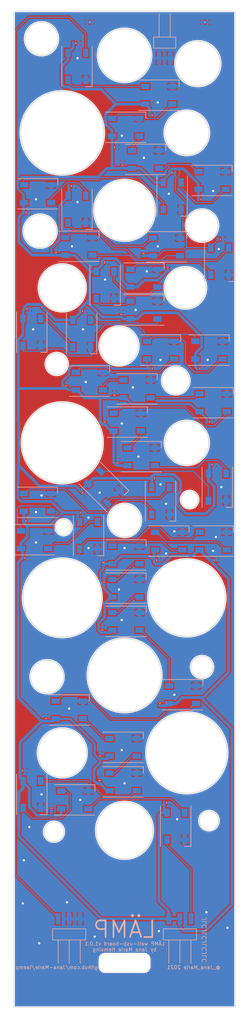
<source format=kicad_pcb>
(kicad_pcb (version 20211014) (generator pcbnew)
  (layers (0 "F.Cu" signal) (31 "B.Cu" signal) (34 "B.Paste" user) (35 "F.Paste" user) (36 "B.SilkS" user "B.Silkscreen") (37 "F.SilkS" user "F.Silkscreen") (38 "B.Mask" user) (39 "F.Mask" user) (44 "Edge.Cuts" user))
  (net 0 "")
  (net 1 "DOUT")
  (net 2 "GND")
  (net 3 "VBUS")
  (net 4 "DIN")
  (net 5 "Net-(D1-Pad4)")
  (net 6 "Net-(D2-Pad4)")
  (net 7 "Net-(D3-Pad4)")
  (net 8 "Net-(D23-Pad4)")
  (net 9 "Net-(D4-Pad4)")
  (net 10 "Net-(D5-Pad4)")
  (net 11 "Net-(D6-Pad4)")
  (net 12 "Net-(D10-Pad2)")
  (net 13 "Net-(D10-Pad4)")
  (net 14 "Net-(D11-Pad4)")
  (net 15 "Net-(D12-Pad4)")
  (net 16 "Net-(D13-Pad4)")
  (net 17 "Net-(D14-Pad4)")
  (net 18 "Net-(D15-Pad4)")
  (net 19 "Net-(D16-Pad4)")
  (net 20 "Net-(D17-Pad4)")
  (net 21 "Net-(D18-Pad4)")
  (net 22 "Net-(D19-Pad4)")
  (net 23 "Net-(D20-Pad4)")
  (net 24 "Net-(D21-Pad4)")
  (net 25 "Net-(D24-Pad4)")
  (net 26 "Net-(D7-Pad4)")
  (net 27 "Net-(D8-Pad4)")
  (net 28 "Net-(D22-Pad4)")
  (net 29 "Net-(D25-Pad4)")
  (net 30 "Net-(D26-Pad4)")
  (net 31 "Net-(D27-Pad4)")
  (net 32 "Net-(D28-Pad4)")
  (net 33 "Net-(D29-Pad4)")
  (net 34 "Net-(D30-Pad4)")
  (net 35 "Net-(D31-Pad4)")
  (net 36 "Net-(D32-Pad4)")
  (net 37 "Net-(D33-Pad4)")
  (net 38 "Net-(D34-Pad4)")
  (net 39 "Net-(D35-Pad4)")
  (net 40 "Net-(D36-Pad4)")
  (net 41 "Net-(D37-Pad4)")
  (net 42 "Net-(D38-Pad4)")
  (net 43 "Net-(D39-Pad4)")
  (net 44 "Net-(D40-Pad4)")
  (footprint "otter:C_0402" (layer "B.Cu") (at 111.2 25.8)
    (fp_text reference "C1" hide)
    (fp_text value "100n" hide)
  )
  (footprint "otter:C_0402" (layer "B.Cu") (at 116.2 119.6 90)
    (fp_text reference "C2" hide)
    (fp_text value "100n" hide)
  )
  (footprint "otter:C_0402" (layer "B.Cu") (at 118.8 101.6 90)
    (fp_text reference "C3" hide)
    (fp_text value "100n" hide)
  )
  (footprint "otter:C_0402" (layer "B.Cu") (at 112.4 107 -45)
    (fp_text reference "C4" hide)
    (fp_text value "100n" hide)
  )
  (footprint "otter:C_0402" (layer "B.Cu") (at 112 110.6)
    (fp_text reference "C5" hide)
    (fp_text value "100n" hide)
  )
  (footprint "otter:C_0402" (layer "B.Cu") (at 125.4 104.4)
    (fp_text reference "C6" hide)
    (fp_text value "100n" hide)
  )
  (footprint "otter:C_0402" (layer "B.Cu") (at 102 118.8)
    (fp_text reference "C7" hide)
    (fp_text value "100n" hide)
  )
  (footprint "otter:C_0402" (layer "B.Cu") (at 133.6 84.6)
    (fp_text reference "C8" hide)
    (fp_text value "100n" hide)
  )
  (footprint "otter:C_0402" (layer "B.Cu") (at 102.2 112.1)
    (fp_text reference "C9" hide)
    (fp_text value "100n" hide)
  )
  (footprint "otter:C_0402" (layer "B.Cu") (at 125 84.6)
    (fp_text reference "C10" hide)
    (fp_text value "100n" hide)
  )
  (footprint "otter:C_0402" (layer "B.Cu") (at 137.3 61.2)
    (fp_text reference "C11" hide)
    (fp_text value "100n" hide)
  )
  (footprint "otter:C_0402" (layer "B.Cu") (at 119.4 74.8 90)
    (fp_text reference "C12" hide)
    (fp_text value "100n" hide)
  )
  (footprint "otter:C_0402" (layer "B.Cu") (at 135.8 101.9)
    (fp_text reference "C13" hide)
    (fp_text value "100n" hide)
  )
  (footprint "otter:C_0402" (layer "B.Cu") (at 127.8 66.4 90)
    (fp_text reference "C14" hide)
    (fp_text value "100n" hide)
  )
  (footprint "otter:C_0402" (layer "B.Cu") (at 118.2 44.6)
    (fp_text reference "C15" hide)
    (fp_text value "100n" hide)
  )
  (footprint "otter:C_0402" (layer "B.Cu") (at 119.6 47.8 90)
    (fp_text reference "C16" hide)
    (fp_text value "100n" hide)
  )
  (footprint "otter:C_0402" (layer "B.Cu") (at 125 38.8)
    (fp_text reference "C17" hide)
    (fp_text value "100n" hide)
  )
  (footprint "otter:C_0402" (layer "B.Cu") (at 102.2 56.4)
    (fp_text reference "C18" hide)
    (fp_text value "100n" hide)
  )
  (footprint "otter:C_0402" (layer "B.Cu") (at 133.8 54)
    (fp_text reference "C19" hide)
    (fp_text value "100n" hide)
  )
  (footprint "otter:C_0402" (layer "B.Cu") (at 128.6 49.2)
    (fp_text reference "C20" hide)
    (fp_text value "100n" hide)
  )
  (footprint "otter:C_0402" (layer "B.Cu") (at 110.4 51.6)
    (fp_text reference "C21" hide)
    (fp_text value "100n" hide)
  )
  (footprint "otter:C_0402" (layer "B.Cu") (at 107.6 63.6 90)
    (fp_text reference "C22" hide)
    (fp_text value "100n" hide)
  )
  (footprint "otter:C_0402" (layer "B.Cu") (at 116.4 65.4)
    (fp_text reference "C23" hide)
    (fp_text value "100n" hide)
  )
  (footprint "otter:C_0402" (layer "B.Cu") (at 123.4 63.8 90)
    (fp_text reference "C24" hide)
    (fp_text value "100n" hide)
  )
  (footprint "LED_SMD:LED_SK6812_PLCC4_5.0x5.0mm_P3.2mm" (layer "B.Cu") (at 129.25 167.25 -90)
    (fp_text reference "D1" hide)
    (fp_text value "SK6812")
  )
  (footprint "LED_SMD:LED_SK6812_PLCC4_5.0x5.0mm_P3.2mm" (layer "B.Cu") (at 111 162.5)
    (fp_text reference "D2" hide)
    (fp_text value "SK6812")
  )
  (footprint "LED_SMD:LED_SK6812_PLCC4_5.0x5.0mm_P3.2mm" (layer "B.Cu") (at 119.75 159.25)
    (fp_text reference "D3" hide)
    (fp_text value "SK6812")
  )
  (footprint "LED_SMD:LED_SK6812_PLCC4_5.0x5.0mm_P3.2mm" (layer "B.Cu") (at 119.75 153)
    (fp_text reference "D4" hide)
    (fp_text value "SK6812")
  )
  (footprint "LED_SMD:LED_SK6812_PLCC4_5.0x5.0mm_P3.2mm" (layer "B.Cu") (at 110 146.25)
    (fp_text reference "D5" hide)
    (fp_text value "SK6812")
  )
  (footprint "LED_SMD:LED_SK6812_PLCC4_5.0x5.0mm_P3.2mm" (layer "B.Cu") (at 130.5 143.5)
    (fp_text reference "D6" hide)
    (fp_text value "SK6812")
  )
  (footprint "LED_SMD:LED_SK6812_PLCC4_5.0x5.0mm_P3.2mm" (layer "B.Cu") (at 120.25 130.25)
    (fp_text reference "D7" hide)
    (fp_text value "SK6812")
  )
  (footprint "LED_SMD:LED_SK6812_PLCC4_5.0x5.0mm_P3.2mm" (layer "B.Cu") (at 120.25 124.25)
    (fp_text reference "D8" hide)
    (fp_text value "SK6812")
  )
  (footprint "LED_SMD:LED_SK6812_PLCC4_5.0x5.0mm_P3.2mm" (layer "B.Cu") (at 120.25 118.25)
    (fp_text reference "D9" hide)
    (fp_text value "SK6812")
  )
  (footprint "LED_SMD:LED_SK6812_PLCC4_5.0x5.0mm_P3.2mm" (layer "B.Cu") (at 128 115.75)
    (fp_text reference "D10" hide)
    (fp_text value "SK6812")
  )
  (footprint "LED_SMD:LED_SK6812_PLCC4_5.0x5.0mm_P3.2mm" (layer "B.Cu") (at 136 115.75)
    (fp_text reference "D11" hide)
    (fp_text value "SK6812")
  )
  (footprint "LED_SMD:LED_SK6812_PLCC4_5.0x5.0mm_P3.2mm" (layer "B.Cu") (at 113.5 114.75 -90)
    (fp_text reference "D12" hide)
    (fp_text value "SK6812")
  )
  (footprint "LED_SMD:LED_SK6812_PLCC4_5.0x5.0mm_P3.2mm" (layer "B.Cu") (at 103.75 115.5)
    (fp_text reference "D13" hide)
    (fp_text value "SK6812")
  )
  (footprint "LED_SMD:LED_SK6812_PLCC4_5.0x5.0mm_P3.2mm" (layer "B.Cu") (at 104.25 108.75)
    (fp_text reference "D14" hide)
    (fp_text value "SK6812")
  )
  (footprint "LED_SMD:LED_SK6812_PLCC4_5.0x5.0mm_P3.2mm" (layer "B.Cu") (at 126.5 108.5 -90)
    (fp_text reference "D15" hide)
    (fp_text value "SK6812")
  )
  (footprint "LED_SMD:LED_SK6812_PLCC4_5.0x5.0mm_P3.2mm" (layer "B.Cu") (at 116.25 106 -45)
    (fp_text reference "D16" hide)
    (fp_text value "SK6812")
  )
  (footprint "LED_SMD:LED_SK6812_PLCC4_5.0x5.0mm_P3.2mm" (layer "B.Cu") (at 136.75 106 -90)
    (fp_text reference "D17" hide)
    (fp_text value "SK6812")
  )
  (footprint "LED_SMD:LED_SK6812_PLCC4_5.0x5.0mm_P3.2mm" (layer "B.Cu") (at 123 100.5)
    (fp_text reference "D18" hide)
    (fp_text value "SK6812")
  )
  (footprint "LED_SMD:LED_SK6812_PLCC4_5.0x5.0mm_P3.2mm" (layer "B.Cu") (at 120.5 94.25)
    (fp_text reference "D19" hide)
    (fp_text value "SK6812")
  )
  (footprint "LED_SMD:LED_SK6812_PLCC4_5.0x5.0mm_P3.2mm" (layer "B.Cu") (at 136 90.75)
    (fp_text reference "D20" hide)
    (fp_text value "SK6812")
  )
  (footprint "LED_SMD:LED_SK6812_PLCC4_5.0x5.0mm_P3.2mm" (layer "B.Cu") (at 122.25 88.25)
    (fp_text reference "D21" hide)
    (fp_text value "SK6812")
  )
  (footprint "LED_SMD:LED_SK6812_PLCC4_5.0x5.0mm_P3.2mm" (layer "B.Cu") (at 113.65 86.85)
    (fp_text reference "D22" hide)
    (fp_text value "SK6812")
  )
  (footprint "LED_SMD:LED_SK6812_PLCC4_5.0x5.0mm_P3.2mm" (layer "B.Cu") (at 126.5 81.25)
    (fp_text reference "D23" hide)
    (fp_text value "SK6812")
  )
  (footprint "LED_SMD:LED_SK6812_PLCC4_5.0x5.0mm_P3.2mm" (layer "B.Cu") (at 135.25 81.25)
    (fp_text reference "D24" hide)
    (fp_text value "SK6812")
  )
  (footprint "otter:C_0402" (layer "B.Cu") (at 101.6 157.2)
    (fp_text reference "C25" hide)
    (fp_text value "100n" hide)
  )
  (footprint "otter:C_0402" (layer "B.Cu") (at 127.6 163)
    (fp_text reference "C26" hide)
    (fp_text value "100n" hide)
  )
  (footprint "otter:C_0402" (layer "B.Cu") (at 135.33 94.2)
    (fp_text reference "C27" hide)
    (fp_text value "100n" hide)
  )
  (footprint "otter:C_0402" (layer "B.Cu") (at 136.2 119.2)
    (fp_text reference "C28" hide)
    (fp_text value "100n" hide)
  )
  (footprint "otter:C_0402" (layer "B.Cu") (at 112.4 74.2)
    (fp_text reference "C29" hide)
    (fp_text value "100n" hide)
  )
  (footprint "otter:C_0402" (layer "B.Cu") (at 118.2 89.4 90)
    (fp_text reference "C30" hide)
    (fp_text value "100n" hide)
  )
  (footprint "otter:C_0402" (layer "B.Cu") (at 125.8 119.2)
    (fp_text reference "C31" hide)
    (fp_text value "100n" hide)
  )
  (footprint "otter:C_0402" (layer "B.Cu") (at 106.8 164 90)
    (fp_text reference "C32" hide)
    (fp_text value "100n" hide)
  )
  (footprint "otter:C_0402" (layer "B.Cu") (at 102.4 73.8)
    (fp_text reference "C33" hide)
    (fp_text value "100n" hide)
  )
  (footprint "otter:C_0402" (layer "B.Cu") (at 109.5 87.7 90)
    (fp_text reference "C34" hide)
    (fp_text value "100n" hide)
  )
  (footprint "otter:C_0402" (layer "B.Cu") (at 116.4 94.2 90)
    (fp_text reference "C35" hide)
    (fp_text value "100n" hide)
  )
  (footprint "otter:C_0402" (layer "B.Cu") (at 115.6 154.6 90)
    (fp_text reference "C36" hide)
    (fp_text value "100n" hide)
  )
  (footprint "otter:C_0402" (layer "B.Cu") (at 115.5 159 90)
    (fp_text reference "C37" hide)
    (fp_text value "100n" hide)
  )
  (footprint "otter:C_0402" (layer "B.Cu") (at 126.4 145 90)
    (fp_text reference "C38" hide)
    (fp_text value "100n" hide)
  )
  (footprint "otter:C_0402" (layer "B.Cu") (at 105.8 147.8 90)
    (fp_text reference "C39" hide)
    (fp_text value "100n" hide)
  )
  (footprint "otter:C_0402" (layer "B.Cu") (at 116 131.8 90)
    (fp_text reference "C40" hide)
    (fp_text value "100n" hide)
  )
  (footprint "otter:C_0402" (layer "B.Cu") (at 116.3 123.2 90)
    (fp_text reference "C41" hide)
    (fp_text value "100n" hide)
  )
  (footprint "LED_SMD:LED_SK6812_PLCC4_5.0x5.0mm_P3.2mm" (layer "B.Cu") (at 103.25 161.5 -90)
    (fp_text reference "D25" hide)
    (fp_text value "SK6812")
  )
  (footprint "LED_SMD:LED_SK6812_PLCC4_5.0x5.0mm_P3.2mm" (layer "B.Cu") (at 103.25 78 -90)
    (fp_text reference "D26" hide)
    (fp_text value "SK6812")
  )
  (footprint "LED_SMD:LED_SK6812_PLCC4_5.0x5.0mm_P3.2mm" (layer "B.Cu") (at 112.25 78.25 -90)
    (fp_text reference "D27" hide)
    (fp_text value "SK6812")
  )
  (footprint "LED_SMD:LED_SK6812_PLCC4_5.0x5.0mm_P3.2mm" (layer "B.Cu") (at 123.5 74)
    (fp_text reference "D28" hide)
    (fp_text value "SK6812")
  )
  (footprint "LED_SMD:LED_SK6812_PLCC4_5.0x5.0mm_P3.2mm" (layer "B.Cu") (at 116.5 69.5 -90)
    (fp_text reference "D29" hide)
    (fp_text value "SK6812")
  )
  (footprint "LED_SMD:LED_SK6812_PLCC4_5.0x5.0mm_P3.2mm" (layer "B.Cu") (at 123.5 68.25)
    (fp_text reference "D30" hide)
    (fp_text value "SK6812")
  )
  (footprint "LED_SMD:LED_SK6812_PLCC4_5.0x5.0mm_P3.2mm" (layer "B.Cu") (at 137.2 65.2 -90)
    (fp_text reference "D31" hide)
    (fp_text value "SK6812")
  )
  (footprint "LED_SMD:LED_SK6812_PLCC4_5.0x5.0mm_P3.2mm" (layer "B.Cu") (at 127.6 62.6)
    (fp_text reference "D33" hide)
    (fp_text value "SK6812")
  )
  (footprint "LED_SMD:LED_SK6812_PLCC4_5.0x5.0mm_P3.2mm" (layer "B.Cu") (at 111.4 55.8 -90)
    (fp_text reference "D34" hide)
    (fp_text value "SK6812")
  )
  (footprint "LED_SMD:LED_SK6812_PLCC4_5.0x5.0mm_P3.2mm" (layer "B.Cu") (at 104.3 53)
    (fp_text reference "D35" hide)
    (fp_text value "SK6812")
  )
  (footprint "LED_SMD:LED_SK6812_PLCC4_5.0x5.0mm_P3.2mm" (layer "B.Cu") (at 128.6 53.4 -90)
    (fp_text reference "D36" hide)
    (fp_text value "SK6812")
  )
  (footprint "LED_SMD:LED_SK6812_PLCC4_5.0x5.0mm_P3.2mm" (layer "B.Cu") (at 135.8 50.6)
    (fp_text reference "D37" hide)
    (fp_text value "SK6812")
  )
  (footprint "LED_SMD:LED_SK6812_PLCC4_5.0x5.0mm_P3.2mm" (layer "B.Cu") (at 123.8 46.8)
    (fp_text reference "D38" hide)
    (fp_text value "SK6812")
  )
  (footprint "LED_SMD:LED_SK6812_PLCC4_5.0x5.0mm_P3.2mm" (layer "B.Cu") (at 120.2 41)
    (fp_text reference "D39" hide)
    (fp_text value "SK6812")
  )
  (footprint "LED_SMD:LED_SK6812_PLCC4_5.0x5.0mm_P3.2mm" (layer "B.Cu") (at 126.2 35.2)
    (fp_text reference "D40" hide)
    (fp_text value "SK6812")
  )
  (footprint "LED_SMD:LED_SK6812_PLCC4_5.0x5.0mm_P3.2mm" (layer "B.Cu") (at 111.4 30 -90)
    (fp_text reference "D41" hide)
    (fp_text value "SK6812")
  )
  (footprint "LED_SMD:LED_SK6812_PLCC4_5.0x5.0mm_P3.2mm" (layer "B.Cu") (at 111.75 62.5)
    (fp_text reference "D32" hide)
    (fp_text value "SK6812")
  )
  (footprint "otter:C_0402" (layer "B.Cu") (at 134.5 22)
    (fp_text reference "C42" hide)
    (fp_text value "100n" hide)
  )
  (footprint "otter:C_0402" (layer "B.Cu") (at 113.72 22)
    (fp_text reference "C43" hide)
    (fp_text value "100n" hide)
  )
  (footprint "otter:conn_01x02_smd_2mm" (layer "B.Cu") (at 127.25 27.5)
    (fp_text reference "J2" hide)
    (fp_text value "Conn_01x02")
  )
  (footprint "otter:conn_01x03_smd_2mm" (layer "B.Cu") (at 110 185 180)
    (fp_text reference "J1" hide)
    (fp_text value "CON")
  )
  (footprint "otter:conn_01x03_smd_2mm" (layer "B.Cu") (at 130 185 180)
    (fp_text reference "J3" hide)
    (fp_text value "CON")
  )
  (gr_circle (center 135.25 166.25) (end 137 166.5) (layer "Edge.Cuts") (width 0.15) (fill none))
  (gr_line (start 115.5 192.575) (end 115.5 191.325) (layer "Edge.Cuts") (width 0.05))
  (gr_line (start 116.5 190.325) (end 123.5 190.325) (layer "Edge.Cuts") (width 0.05))
  (gr_arc (start 123.5 190.325) (mid 124.207107 190.617893) (end 124.5 191.325) (layer "Edge.Cuts") (width 0.05))
  (gr_circle (center 120 56) (end 125.505679 56) (layer "Edge.Cuts") (width 0.15) (fill none))
  (gr_circle (center 134 138.5) (end 136 138.75) (layer "Edge.Cuts") (width 0.15) (fill none))
  (gr_arc (start 116.5 193.575) (mid 115.792893 193.282107) (end 115.5 192.575) (layer "Edge.Cuts") (width 0.05))
  (gr_line (start 140 200) (end 140 20) (layer "Edge.Cuts") (width 0.1))
  (gr_line (start 116.5 193.575) (end 123.5 193.575) (layer "Edge.Cuts") (width 0.05))
  (gr_circle (center 105 25) (end 108 25) (layer "Edge.Cuts") (width 0.15) (fill none))
  (gr_circle (center 119 80.5) (end 122.535534 80.5) (layer "Edge.Cuts") (width 0.15) (fill none))
  (gr_circle (center 108.75 98) (end 116.068641 98) (layer "Edge.Cuts") (width 0.15) (fill none))
  (gr_arc (start 124.5 192.575) (mid 124.207107 193.282107) (end 123.5 193.575) (layer "Edge.Cuts") (width 0.05))
  (gr_circle (center 133.25 29.5) (end 137.25 30.25) (layer "Edge.Cuts") (width 0.15) (fill none))
  (gr_circle (center 107.75 83.75) (end 109.75 83.75) (layer "Edge.Cuts") (width 0.15) (fill none))
  (gr_circle (center 120 28) (end 124.828302 28) (layer "Edge.Cuts") (width 0.15) (fill none))
  (gr_arc (start 115.5 191.325) (mid 115.792893 190.617893) (end 116.5 190.325) (layer "Edge.Cuts") (width 0.05))
  (gr_circle (center 108.75 70) (end 113.007347 70) (layer "Edge.Cuts") (width 0.15) (fill none))
  (gr_circle (center 106 140.25) (end 109 140.25) (layer "Edge.Cuts") (width 0.15) (fill none))
  (gr_circle (center 108.75 126) (end 115.860731 126) (layer "Edge.Cuts") (width 0.15) (fill none))
  (gr_line (start 100 19.999999) (end 100 200) (layer "Edge.Cuts") (width 0.1))
  (gr_circle (center 120 140) (end 126.670832 140) (layer "Edge.Cuts") (width 0.15) (fill none))
  (gr_circle (center 120 112) (end 123 112) (layer "Edge.Cuts") (width 0.15) (fill none))
  (gr_circle (center 109 113.25) (end 110.25 114) (layer "Edge.Cuts") (width 0.15) (fill none))
  (gr_circle (center 108.75 42) (end 116.287407 42) (layer "Edge.Cuts") (width 0.15) (fill none))
  (gr_circle (center 131 70) (end 134.758324 70) (layer "Edge.Cuts") (width 0.15) (fill none))
  (gr_circle (center 108.75 154) (end 113.180011 154) (layer "Edge.Cuts") (width 0.15) (fill none))
  (gr_line (start 124.5 192.575) (end 124.5 191.325) (layer "Edge.Cuts") (width 0.05))
  (gr_circle (center 131.25 126) (end 138.223163 126) (layer "Edge.Cuts") (width 0.15) (fill none))
  (gr_circle (center 104.75 59.75) (end 107.75 59.75) (layer "Edge.Cuts") (width 0.15) (fill none))
  (gr_circle (center 129.25 86.75) (end 131.75 86.75) (layer "Edge.Cuts") (width 0.15) (fill none))
  (gr_line (start 140 20) (end 100 19.999999) (layer "Edge.Cuts") (width 0.1))
  (gr_circle (center 131.25 98) (end 135.25 98) (layer "Edge.Cuts") (width 0.15) (fill none))
  (gr_circle (center 131.25 154) (end 138.568641 154) (layer "Edge.Cuts") (width 0.15) (fill none))
  (gr_circle (center 131.75 108.25) (end 133.25 108.75) (layer "Edge.Cuts") (width 0.15) (fill none))
  (gr_circle (center 131.25 42) (end 135.281129 42) (layer "Edge.Cuts") (width 0.15) (fill none))
  (gr_circle (center 107.25 168.25) (end 109 167.75) (layer "Edge.Cuts") (width 0.15) (fill none))
  (gr_line (start 100 200) (end 140 200) (layer "Edge.Cuts") (width 0.1))
  (gr_circle (center 120 168) (end 125.153882 168) (layer "Edge.Cuts") (width 0.15) (fill none))
  (gr_circle (center 134 58.75) (end 136.75 59.75) (layer "Edge.Cuts") (width 0.15) (fill none))
  (gr_text "JLCJLCJLCJLC" (at 134.4 187.8 90) (layer "B.SilkS") (effects (font (size 0.8 0.8) (thickness 0.1)) (justify mirror)))
  (gr_text "github.com/Jana-Marie/laemp" (at 107.75 192.75) (layer "B.SilkS") (effects (font (size 0.65 0.63) (thickness 0.1)) (justify mirror)))
  (gr_text "@_Jana_Marie 2021" (at 132.5 192.75) (layer "B.SilkS") (effects (font (size 0.65 0.65) (thickness 0.1)) (justify mirror)))
  (gr_text "LÄMP" (at 120 185.9) (layer "B.SilkS") (effects (font (size 3 3) (thickness 0.3)) (justify mirror)))
  (gr_text "LÄMP wall-usb-board v1.0.1\nby Jana Marie Hemsing" (at 120 189) (layer "B.SilkS") (effects (font (size 0.65 0.65) (thickness 0.1)) (justify mirror)))
  (segment (start 100.27701 79.219793) (end 100.27701 164.904328) (width 0.2) (layer "B.Cu") (net 1))
  (segment (start 100.27701 164.904328) (end 100.281389 164.908707) (width 0.2) (layer "B.Cu") (net 1))
  (segment (start 102.7 21.1) (end 100.3 23.5) (width 0.2) (layer "B.Cu") (net 1))
  (segment (start 100.281389 164.908707) (end 100.281389 176.081389) (width 0.2) (layer "B.Cu") (net 1))
  (segment (start 100.3 23.5) (end 100.3 79.196803) (width 0.2) (layer "B.Cu") (net 1))
  (segment (start 113 24.1) (end 110 21.1) (width 0.2) (layer "B.Cu") (net 1))
  (segment (start 113 27.55) (end 113 24.1) (width 0.2) (layer "B.Cu") (net 1))
  (segment (start 110 21.1) (end 102.7 21.1) (width 0.2) (layer "B.Cu") (net 1))
  (segment (start 100.3 79.196803) (end 100.27701 79.219793) (width 0.2) (layer "B.Cu") (net 1))
  (segment (start 108 183.8) (end 108 183.985) (width 0.2) (layer "B.Cu") (net 1))
  (segment (start 100.281389 176.081389) (end 108 183.8) (width 0.2) (layer "B.Cu") (net 1))
  (via (at 123.5 46.5) (size 0.8) (drill 0.4) (layers "F.Cu" "B.Cu") (net 2))
  (via (at 126 62.5) (size 0.8) (drill 0.4) (layers "F.Cu" "B.Cu") (net 2))
  (via (at 126 36.5) (size 0.8) (drill 0.4) (layers "F.Cu" "B.Cu") (net 2))
  (via (at 129 114) (size 0.8) (drill 0.4) (layers "F.Cu" "B.Cu") (net 2))
  (via (at 120 117) (size 0.8) (drill 0.4) (layers "F.Cu" "B.Cu") (net 2))
  (via (at 114.6 187.2) (size 0.8) (drill 0.4) (layers "F.Cu" "B.Cu") (net 2))
  (via (at 121.5 88) (size 0.8) (drill 0.4) (layers "F.Cu" "B.Cu") (net 2))
  (via (at 112 162.5) (size 0.8) (drill 0.4) (layers "F.Cu" "B.Cu") (net 2))
  (via (at 137.5 106) (size 0.8) (drill 0.4) (layers "F.Cu" "B.Cu") (net 2))
  (via (at 115.5 107) (size 0.8) (drill 0.4) (layers "F.Cu" "B.Cu") (net 2))
  (via (at 124 67) (size 0.8) (drill 0.4) (layers "F.Cu" "B.Cu") (net 2))
  (via (at 110.5 62.5) (size 0.8) (drill 0.4) (layers "F.Cu" "B.Cu") (net 2))
  (via (at 102.8 167.4) (size 0.8) (drill 0.4) (layers "F.Cu" "B.Cu") (net 2))
  (via (at 101.8 173.4) (size 0.8) (drill 0.4) (layers "F.Cu" "B.Cu") (net 2))
  (via (at 103.5 77.5) (size 0.8) (drill 0.4) (layers "F.Cu" "B.Cu") (net 2))
  (via (at 111.5 28.5) (size 0.8) (drill 0.4) (layers "F.Cu" "B.Cu") (net 2))
  (via (at 127.5 109) (size 0.8) (drill 0.4) (layers "F.Cu" "B.Cu") (net 2))
  (via (at 137 63) (size 0.8) (drill 0.4) (layers "F.Cu" "B.Cu") (net 2))
  (via (at 113.5 111.5) (size 0.8) (drill 0.4) (layers "F.Cu" "B.Cu") (net 2))
  (via (at 112.5 77.5) (size 0.8) (drill 0.4) (layers "F.Cu" "B.Cu") (net 2))
  (via (at 119.5 94.5) (size 0.8) (drill 0.4) (layers "F.Cu" "B.Cu") (net 2))
  (via (at 104 54) (size 0.8) (drill 0.4) (layers "F.Cu" "B.Cu") (net 2))
  (via (at 136 52.5) (size 0.8) (drill 0.4) (layers "F.Cu" "B.Cu") (net 2))
  (via (at 136.5 115) (size 0.8) (drill 0.4) (layers "F.Cu" "B.Cu") (net 2))
  (via (at 105 161.5) (size 0.8) (drill 0.4) (layers "F.Cu" "B.Cu") (net 2))
  (via (at 122.5 100.5) (size 0.8) (drill 0.4) (layers "F.Cu" "B.Cu") (net 2))
  (via (at 116.5 68.5) (size 0.8) (drill 0.4) (layers "F.Cu" "B.Cu") (net 2))
  (via (at 101.6 181.2) (size 0.8) (drill 0.4) (layers "F.Cu" "B.Cu") (net 2))
  (via (at 136 117.5) (size 0.8) (drill 0.4) (layers "F.Cu" "B.Cu") (net 2))
  (via (at 104 110.5) (size 0.8) (drill 0.4) (layers "F.Cu" "B.Cu") (net 2))
  (via (at 104.6 188.4) (size 0.8) (drill 0.4) (layers "F.Cu" "B.Cu") (net 2))
  (via (at 134.8 182.8) (size 0.8) (drill 0.4) (layers "F.Cu" "B.Cu") (net 2))
  (via (at 126.5 105.5) (size 0.8) (drill 0.4) (layers "F.Cu" "B.Cu") (net 2))
  (via (at 127.5 118) (size 0.8) (drill 0.4) (layers "F.Cu" "B.Cu") (net 2))
  (via (at 113 87) (size 0.8) (drill 0.4) (layers "F.Cu" "B.Cu") (net 2))
  (via (at 135 83) (size 0.8) (drill 0.4) (layers "F.Cu" "B.Cu") (net 2))
  (via (at 113.5 117) (size 0.8) (drill 0.4) (layers "F.Cu" "B.Cu") (net 2))
  (via (at 111.5 54.5) (size 0.8) (drill 0.4) (layers "F.Cu" "B.Cu") (net 2))
  (via (at 110 146) (size 0.8) (drill 0.4) (layers "F.Cu" "B.Cu") (net 2))
  (via (at 138.6 185.6) (size 0.8) (drill 0.4) (layers "F.Cu" "B.Cu") (net 2))
  (via (at 126.2 186.2) (size 0.8) (drill 0.4) (layers "F.Cu" "B.Cu") (net 2))
  (via (at 119.5 130) (size 0.8) (drill 0.4) (layers "F.Cu" "B.Cu") (net 2))
  (via (at 120 159.5) (size 0.8) (drill 0.4) (layers "F.Cu" "B.Cu") (net 2))
  (via (at 105 107.5) (size 0.8) (drill 0.4) (layers "F.Cu" "B.Cu") (net 2))
  (via (at 119.5 42.5) (size 0.8) (drill 0.4) (layers "F.Cu" "B.Cu") (net 2))
  (via (at 104 116) (size 0.8) (drill 0.4) (layers "F.Cu" "B.Cu") (net 2))
  (via (at 129.5 166) (size 0.8) (drill 0.4) (layers "F.Cu" "B.Cu") (net 2))
  (via (at 122 74) (size 0.8) (drill 0.4) (layers "F.Cu" "B.Cu") (net 2))
  (via (at 109.6 181) (size 0.8) (drill 0.4) (layers "F.Cu" "B.Cu") (net 2))
  (via (at 119.5 153.5) (size 0.8) (drill 0.4) (layers "F.Cu" "B.Cu") (net 2))
  (via (at 128 53) (size 0.8) (drill 0.4) (layers "F.Cu" "B.Cu") (net 2))
  (via (at 126.5 83) (size 0.8) (drill 0.4) (layers "F.Cu" "B.Cu") (net 2))
  (via (at 119 124.5) (size 0.8) (drill 0.4) (layers "F.Cu" "B.Cu") (net 2))
  (via (at 129 143.5) (size 0.8) (drill 0.4) (layers "F.Cu" "B.Cu") (net 2))
  (segment (start 129.07 49.817514) (end 128 50.887514) (width 0.4) (layer "B.Cu") (net 2))
  (segment (start 128 50.887514) (end 128 52.434315) (width 0.4) (layer "B.Cu") (net 2))
  (segment (start 139.7 66.5) (end 138.8 67.4) (width 0.2) (layer "B.Cu") (net 2))
  (segment (start 139.7 61.991398) (end 139.7 66.5) (width 0.2) (layer "B.Cu") (net 2))
  (segment (start 137.77 61.2) (end 138.908602 61.2) (width 0.2) (layer "B.Cu") (net 2))
  (segment (start 138.8 67.4) (end 138.8 67.65) (width 0.2) (layer "B.Cu") (net 2))
  (segment (start 138.908602 61.2) (end 139.7 61.991398) (width 0.2) (layer "B.Cu") (net 2))
  (segment (start 129.07 49.2) (end 129.07 49.817514) (width 0.4) (layer "B.Cu") (net 2))
  (segment (start 128 52.434315) (end 128 53) (width 0.4) (layer "B.Cu") (net 2))
  (segment (start 117.58 95.85) (end 116.4 94.67) (width 0.5) (layer "B.Cu") (net 3))
  (segment (start 108.8 87.6) (end 109.37 88.17) (width 0.4) (layer "B.Cu") (net 3))
  (segment (start 106.77 62.821398) (end 108.2 61.391398) (width 0.4) (layer "B.Cu") (net 3))
  (segment (start 134.86 94.2) (end 134.86 93.66) (width 0.4) (layer "B.Cu") (net 3))
  (segment (start 127.022999 119.877001) (end 125.622999 119.877001) (width 0.5) (layer "B.Cu") (net 3))
  (segment (start 125.33 119.584002) (end 125.33 119.2) (width 0.5) (layer "B.Cu") (net 3))
  (segment (start 114.5 156.92) (end 115.6 155.82) (width 0.5) (layer "B.Cu") (net 3))
  (segment (start 129.9 48.5) (end 130.65 48.5) (width 0.5) (layer "B.Cu") (net 3))
  (segment (start 115.5 89.9) (end 115.6 90) (width 0.5) (layer "B.Cu") (net 3))
  (segment (start 102.441398 73) (end 104.7 73) (width 0.5) (layer "B.Cu") (net 3))
  (segment (start 115.711398 132.27) (end 115.322999 131.881601) (width 0.5) (layer "B.Cu") (net 3))
  (segment (start 127.68 145.47) (end 126.4 145.47) (width 0.5) (layer "B.Cu") (net 3))
  (segment (start 111.9 112.05) (end 111.9 112.3) (width 0.5) (layer "B.Cu") (net 3))
  (segment (start 117.38 132.27) (end 116 132.27) (width 0.5) (layer "B.Cu") (net 3))
  (segment (start 133.927001 80.722999) (end 132.8 81.85) (width 0.5) (layer "B.Cu") (net 3))
  (segment (start 105 148.27) (end 101.13 152.14) (width 0.5) (layer "B.Cu") (net 3))
  (segment (start 116.17 123.67) (end 115.736205 123.236205) (width 0.4) (layer "B.Cu") (net 3))
  (segment (start 115.6 155.07) (end 115.37 155.07) (width 0.4) (layer "B.Cu") (net 3))
  (segment (start 130.65 48.5) (end 133.35 51.2) (width 0.5) (layer "B.Cu") (net 3))
  (segment (start 125.45 50.95) (end 127 50.95) (width 0.5) (layer "B.Cu") (net 3))
  (segment (start 134.728602 110.8) (end 131.1 110.8) (width 0.5) (layer "B.Cu") (net 3))
  (segment (start 116.3 124.35) (end 117.8 125.85) (width 0.5) (layer "B.Cu") (net 3))
  (segment (start 101.53 117.33) (end 101.3 117.1) (width 0.5) (layer "B.Cu") (net 3))
  (segment (start 119.6 65.9) (end 119.6 68.65) (width 0.5) (layer "B.Cu") (net 3))
  (segment (start 117.75 41.6) (end 116.6 40.45) (width 0.5) (layer "B.Cu") (net 3))
  (segment (start 108.55 165.1) (end 108.55 164.1) (width 0.5) (layer "B.Cu") (net 3))
  (segment (start 115.6 90) (end 115.6 94.158602) (width 0.5) (layer "B.Cu") (net 3))
  (segment (start 101.93 73.511398) (end 102.441398 73) (width 0.5) (layer "B.Cu") (net 3))
  (segment (start 116.2 120.72) (end 116.2 120.07) (width 0.4) (layer "B.Cu") (net 3))
  (segment (start 135.33 101.9) (end 135.33 103.37) (width 0.5) (layer "B.Cu") (net 3))
  (segment (start 128.13 49.2) (end 128.13 49.37) (width 0.5) (layer "B.Cu") (net 3))
  (segment (start 117.7 48.4) (end 121.35 48.4) (width 0.5) (layer "B.Cu") (net 3))
  (segment (start 124.05 82.85) (end 124.05 84.12) (width 0.4) (layer "B.Cu") (net 3))
  (segment (start 101.65 78.521398) (end 101.65 76.8) (width 0.5) (layer "B.Cu") (net 3))
  (segment (start 136.83 61.37) (end 135.6 62.6) (width 0.2) (layer "B.Cu") (net 3))
  (segment (start 125.15 64.2) (end 123.47 64.2) (width 0.5) (layer "B.Cu") (net 3))
  (segment (start 105 148.27) (end 105.8 148.27) (width 0.5) (layer "B.Cu") (net 3))
  (segment (start 116.4 127) (end 117.55 125.85) (width 0.5) (layer "B.Cu") (net 3))
  (segment (start 101.8 110.35) (end 101.8 112.03) (width 0.5) (layer "B.Cu") (net 3))
  (segment (start 115.93 65.111398) (end 116.341398 64.7) (width 0.5) (layer "B.Cu") (net 3))
  (segment (start 127.8 66.87) (end 127.75 66.87) (width 0.5) (layer "B.Cu") (net 3))
  (segment (start 114.6 152.3) (end 110.15 147.85) (width 0.4) (layer "B.Cu") (net 3))
  (segment (start 116.8 48.4) (end 117.7 48.4) (width 0.5) (layer "B.Cu") (net 3))
  (segment (start 129.578602 74.5) (end 132.689301 77.610699) (width 0.5) (layer "B.Cu") (net 3))
  (segment (start 131.2 60.376519) (end 131.2 62.6) (width 0.2) (layer "B.Cu") (net 3))
  (segment (start 129.9 48.5) (end 129.9 49.591398) (width 0.2) (layer "B.Cu") (net 3))
  (segment (start 115.27 89.87) (end 115.3 89.9) (width 0.5) (layer "B.Cu") (net 3))
  (segment (start 130.4 144) (end 133.778602 144) (width 0.5) (layer "B.Cu") (net 3))
  (segment (start 101.73 112.401398) (end 101.73 112.1) (width 0.5) (layer "B.Cu") (net 3))
  (segment (start 124.93 104.111398) (end 124.93 104.4) (width 0.5) (layer "B.Cu") (net 3))
  (segment (start 131.2 62.6) (end 130.6 63.2) (width 0.2) (layer "B.Cu") (net 3))
  (segment (start 101.13 156.4) (end 101.13 157.2) (width 0.5) (layer "B.Cu") (net 3))
  (segment (start 109.3 64.1) (end 107.63 64.1) (width 0.5) (layer "B.Cu") (net 3))
  (segment (start 134.6 186.2) (end 130.7 186.2) (width 0.5) (layer "B.Cu") (net 3))
  (segment (start 110.487335 34.087335) (end 110.1 33.7) (width 0.5) (layer "B.Cu") (net 3))
  (segment (start 127.1 63.2) (end 126.1 64.2) (width 0.2) (layer "B.Cu") (net 3))
  (segment (start 115.322999 130.577001) (end 116.4 129.5) (width 0.5) (layer "B.Cu") (net 3))
  (segment (start 125.318399 103.722999) (end 124.93 104.111398) (width 0.5) (layer "B.Cu") (net 3))
  (segment (start 128.5 118.4) (end 127.022999 119.877001) (width 0.5) (layer "B.Cu") (net 3))
  (segment (start 125.33 119.2) (end 125.33 117.57) (width 0.5) (layer "B.Cu") (net 3))
  (segment (start 115.37 155.07) (end 114.6 154.3) (width 0.4) (layer "B.Cu") (net 3))
  (segment (start 124.93 104.4) (end 124.93 106.02) (width 0.5) (layer "B.Cu") (net 3))
  (segment (start 114.385177 104.4) (end 113.386218 105.398959) (width 0.5) (layer "B.Cu") (net 3))
  (segment (start 130.513779 57.486221) (end 130.513779 59.51378) (width 0.2) (layer "B.Cu") (net 3))
  (segment (start 100.9 161.15) (end 100.9 162.772999) (width 0.6) (layer "B.Cu") (net 3))
  (segment (start 107.5 75.8) (end 110.65 75.8) (width 0.5) (layer "B.Cu") (net 3))
  (segment (start 119.8 89.85) (end 118.22 89.85) (width 0.5) (layer "B.Cu") (net 3))
  (segment (start 110 84.611398) (end 110 85.6) (width 0.4) (layer "B.Cu") (net 3))
  (segment (start 134.001601 144.222999) (end 139.4 149.621398) (width 0.5) (layer "B.Cu") (net 3))
  (segment (start 101.6 159.2) (end 102.8 160.4) (width 0.5) (layer "B.Cu") (net 3))
  (segment (start 122.9 48.4) (end 125.45 50.95) (width 0.5) (layer "B.Cu") (net 3))
  (segment (start 116.42 119.85) (end 116.2 120.07) (width 0.5) (layer "B.Cu") (net 3))
  (segment (start 132.3 118.4) (end 128.5 118.4) (width 0.5) (layer "B.Cu") (net 3))
  (segment (start 111.93 73.911398) (end 113.270699 72.570699) (width 0.5) (layer "B.Cu") (net 3))
  (segment (start 116.83 155.07) (end 115.6 155.07) (width 0.5) (layer "B.Cu") (net 3))
  (segment (start 104.6 105.8) (end 100.8 102) (width 0.5) (layer "B.Cu") (net 3))
  (segment (start 102.427001 113.098399) (end 102.6254 112.9) (width 0.5) (layer "B.Cu") (net 3))
  (segment (start 126.2 180.8) (end 126.2 165.25) (width 0.5) (layer "B.Cu") (net 3))
  (segment (start 101.75 53.138602) (end 101.75 53.6) (width 0.4) (layer "B.Cu") (net 3))
  (segment (start 106.77 64.07) (end 106.77 62.821398) (width 0.4) (layer "B.Cu") (net 3))
  (segment (start 112.117517 106.66766) (end 113.386218 105.398959) (width 0.5) (layer "B.Cu") (net 3))
  (segment (start 100.72701 52.115612) (end 101.75 53.138602) (width 0.4) (layer "B.Cu") (net 3))
  (segment (start 118.421398 36.8) (end 115.708733 34.087335) (width 0.5) (layer "B.Cu") (net 3))
  (segment (start 135.15 104.8) (end 136.2 105.85) (width 0.5) (layer "B.Cu") (net 3))
  (segment (start 100.772999 119.627001) (end 100.772999 144.042999) (width 0.5) (layer "B.Cu") (net 3))
  (segment (start 113.270699 72.570699) (end 115.97 75.27) (width 0.5) (layer "B.Cu") (net 3))
  (segment (start 118.05 95.85) (end 117.58 95.85) (width 0.5) (layer "B.Cu") (net 3))
  (segment (start 114.9 66.875) (end 114.9 67.05) (width 0.5) (layer "B.Cu") (net 3))
  (segment (start 133.35 117.35) (end 132.3 118.4) (width 0.5) (layer "B.Cu") (net 3))
  (segment (start 130.1 104.9) (end 128.922999 103.722999) (width 0.5) (layer "B.Cu") (net 3))
  (segment (start 139.4 149.621398) (end 139.4 181.4) (width 0.5) (layer "B.Cu") (net 3))
  (segment (start 113.7 67.4) (end 114.05 67.05) (width 0.5) (layer "B.Cu") (net 3))
  (segment (start 106.7 165.3) (end 108.35 165.3) (width 0.5) (layer "B.Cu") (net 3))
  (segment (start 128 182.6) (end 126.2 180.8) (width 0.5) (layer "B.Cu") (net 3))
  (segment (start 117.8 119.85) (end 116.42 119.85) (width 0.5) (layer "B.Cu") (net 3))
  (segment (start 129.2 50.291398) (end 129.2 52.45) (width 0.2) (layer "B.Cu") (net 3))
  (segment (start 111.2 88.45) (end 109.78 88.45) (width 0.4) (layer "B.Cu") (net 3))
  (segment (start 120.15 89.85) (end 119.8 89.85) (width 0.4) (layer "B.Cu") (net 3))
  (segment (start 135.15 103.55) (end 135.15 104.8) (width 0.5) (layer "B.Cu") (net 3))
  (segment (start 110.1 33.7) (end 109.121398 33.7) (width 0.5) (layer "B.Cu") (net 3))
  (segment (start 123.55 68.6) (end 122.3 69.85) (width 0.5) (layer "B.Cu") (net 3))
  (segment (start 118.22 89.85) (end 118.2 89.87) (width 0.5) (layer "B.Cu") (net 3))
  (segment (start 111.53 111.93) (end 111.9 112.3) (width 0.5) (layer "B.Cu") (net 3))
  (segment (start 123.4 74.5) (end 129.578602 74.5) (width 0.5) (layer "B.Cu") (net 3))
  (segment (start 109.8 28.8) (end 109.8 27.55) (width 0.5) (layer "B.Cu") (net 3))
  (segment (start 124.93 106.02) (end 124.9 106.05) (width 0.5) (layer "B.Cu") (net 3))
  (segment (start 109.93 51.6) (end 109.93 53.22) (width 0.5) (layer "B.Cu") (net 3))
  (segment (start 106.7 165.3) (end 106.8 165.2) (width 0.4) (layer "B.Cu") (net 3))
  (segment (start 128.05 145.1) (end 129.3 145.1) (width 0.5) (layer "B.Cu") (net 3))
  (segment (start 108.7 88.17) (end 109.5 88.17) (width 0.5) (layer "B.Cu") (net 3))
  (segment (start 101.13 152.14) (end 101.13 156.4) (width 0.5) (layer "B.Cu") (net 3))
  (segment (start 100.772999 144.042999) (end 105 148.27) (width 0.5) (layer "B.Cu") (net 3))
  (segment (start 115.93 65.845) (end 114.9 66.875) (width 0.5) (layer "B.Cu") (net 3))
  (segment (start 101.414866 49.993468) (end 115.206532 49.993468) (width 0.5) (layer "B.Cu") (net 3))
  (segment (start 115.3 89.9) (end 115.5 89.9) (width 0.5) (layer "B.Cu") (net 3))
  (segment (start 100.72701 50.681324) (end 100.72701 52.115612) (width 0.4) (layer "B.Cu") (net 3))
  (segment (start 116 132.27) (end 115.711398 132.27) (width 0.5) (layer "B.Cu") (net 3))
  (segment (start 122.3 75.6) (end 123.4 74.5) (width 0.5) (layer "B.Cu") (net 3))
  (segment (start 100.8 94.125406) (end 100.8 88.17) (width 0.5) (layer "B.Cu") (net 3))
  (segment (start 104.7 73) (end 107.5 75.8) (width 0.5) (layer "B.Cu") (net 3))
  (segment (start 135.6 63) (end 135.6 62.85) (width 0.5) (layer "B.Cu") (net 3))
  (segment (start 110.73 25.8) (end 110.73 26.62) (width 0.5) (layer "B.Cu") (net 3))
  (segment (start 125.622999 119.877001) (end 125.33 119.584002) (width 0.5) (layer "B.Cu") (net 3))
  (segment (start 118.421398 36.8) (end 122.5 36.8) (width 0.5) (layer "B.Cu") (net 3))
  (segment (start 126.2 165.25) (end 126.65 164.8) (width 0.5) (layer "B.Cu") (net 3))
  (segment (start 130.7 186.2) (end 130 185.5) (width 0.5) (layer "B.Cu") (net 3))
  (segment (start 100.822999 162.85) (end 100.9 162.772999) (width 0.4) (layer "B.Cu") (net 3))
  (segment (start 112.77 89.87) (end 111.35 88.45) (width 0.5) (layer "B.Cu") (net 3))
  (segment (start 134.86 93.66) (end 133.55 92.35) (width 0.4) (layer "B.Cu") (net 3))
  (segment (start 111.53 110.6) (end 111.53 111.93) (width 0.5) (layer "B.Cu") (net 3))
  (segment (start 119.73 75.6) (end 119.4 75.27) (width 0.5) (layer "B.Cu") (net 3))
  (segment (start 101.65 159.05) (end 101.65 159.15) (width 0.5) (layer "B.Cu") (net 3))
  (segment (start 110.73 26.62) (end 109.8 27.55) (width 0.5) (layer "B.Cu") (net 3))
  (segment (start 116.6 38.621398) (end 118.421398 36.8) (width 0.5) (layer "B.Cu") (net 3))
  (segment (start 107.13 148.27) (end 105.8 148.27) (width 0.5) (layer "B.Cu") (net 3))
  (segment (start 102.427001 113.098399) (end 101.73 112.401398) (width 0.5) (layer "B.Cu") (net 3))
  (segment (start 120.55 102.1) (end 118.83 102.1) (width 0.5) (layer "B.Cu") (net 3))
  (segment (start 130 183.985) (end 128 183.985) (width 0.5) (layer "B.Cu") (net 3))
  (segment (start 119.397001 118.502999) (end 118.05 119.85) (width 0.5) (layer "B.Cu") (net 3))
  (segment (start 117.55 125.85) (end 117.8 125.85) (width 0.5) (layer "B.Cu") (net 3))
  (segment (start 129.2 52.45) (end 131.2 54.45) (width 0.2) (layer "B.Cu") (net 3))
  (segment (start 128.13 48.911398) (end 128.541398 48.5) (width 0.5) (layer "B.Cu") (net 3))
  (segment (start 130.1 106.7) (end 130.1 104.9) (width 0.5) (layer "B.Cu") (net 3))
  (segment (start 100.822999 165.05) (end 100.822999 162.85) (width 0.4) (layer "B.Cu") (net 3))
  (segment (start 133.927001 78.848399) (end 133.927001 80.722999) (width 0.5) (layer "B.Cu") (net 3))
  (segment (start 124.93 104.4) (end 114.385177 104.4) (width 0.5) (layer "B.Cu") (net 3))
  (segment (start 100.877009 101.922991) (end 100.877009 94.202415) (width 0.5) (layer "B.Cu") (net 3))
  (segment (start 100.8 81.528602) (end 100.772999 81.501601) (width 0.5) (layer "B.Cu") (net 3))
  (segment (start 130 185.5) (end 130 183.985) (width 0.5) (layer "B.Cu") (net 3))
  (segment (start 131.1 110.8) (end 129.519841 109.21984) (width 0.5) (layer "B.Cu") (net 3))
  (segment (start 115.6 94.158602) (end 116.111398 94.67) (width 0.5) (layer "B.Cu") (net 3))
  (segment (start 101.321398 108.6) (end 100.722999 108.001601) (width 0.4) (layer "B.Cu") (net 3))
  (segment (start 106.8 108.6) (end 101.321398 108.6) (width 0.5) (layer "B.Cu") (net 3))
  (segment (start 117.9 84.6) (end 117.402835 84.102835) (width 0.4) (layer "B.Cu") (net 3))
  (segment (start 123.47 64.2) (end 123.4 64.27) (width 0.5) (layer "B.Cu") (net 3))
  (segment (start 132.8 84.27) (end 133.13 84.6) (width 0.5) (layer "B.Cu") (net 3))
  (segment (start 115.5 159.5) (end 115 159.5) (width 0.5) (layer "B.Cu") (net 3))
  (segment (start 101.3 117.1) (end 101.3 116.1) (width 0.5) (layer "B.Cu") (net 3))
  (segment (start 117.7 48.4) (end 117.75 48.35) (width 0.5) (layer "B.Cu") (net 3))
  (segment (start 125.33 117.57) (end 125.55 117.35) (width 0.5) (layer "B.Cu") (net 3))
  (segment (start 127.75 66.87) (end 126.02 68.6) (width 0.5) (layer "B.Cu") (net 3))
  (segment (start 109.78 88.45) (end 109.5 88.17) (width 0.4) (layer "B.Cu") (net 3))
  (segment (start 114.9 67.05) (end 113.9 67.05) (width 0.5) (layer "B.Cu") (net 3))
  (segment (start 111.93 74.52) (end 110.65 75.8) (width 0.5) (layer "B.Cu") (net 3))
  (segment (start 136.83 61.2) (end 136.83 61.37) (width 0.2) (layer "B.Cu") (net 3))
  (segment (start 108.8 110.6) (end 106.8 108.6) (width 0.5) (layer "B.Cu") (net 3))
  (segment (start 111.93 74.2) (end 111.93 74.52) (width 0.5) (layer "B.Cu") (net 3))
  (segment (start 101.65 76.8) (end 101.65 75.55) (width 0.5) (layer "B.Cu") (net 3))
  (segment (start 100.9 57.2) (end 101.7 56.4) (width 0.5) (layer "B.Cu") (net 3))
  (segment (start 106.8 165.2) (end 106.8 164.47) (width 0.4) (layer "B.Cu") (net 3))
  (segment (start 100.9 167.6) (end 100.9 169.1) (width 0.5) (layer "B.Cu") (net 3))
  (segment (start 111.2 105.8) (end 104.6 105.8) (width 0.5) (layer "B.Cu") (net 3))
  (segment (start 107.63 64.1) (end 107.6 64.07) (width 0.5) (layer "B.Cu") (net 3))
  (segment (start 118.8 102.07) (end 118.57 102.07) (width 0.5) (layer "B.Cu") (net 3))
  (segment (start 138.8 122.558602) (end 135.73 119.488602) (width 0.5) (layer "B.Cu") (net 3))
  (segment (start 135.6 62.6) (end 135.6 62.75) (width 0.2) (layer "B.Cu") (net 3))
  (segment (start 133.778602 144) (end 134.001601 144.222999) (width 0.5) (layer "B.Cu") (net 3))
  (segment (start 122.3 69.85) (end 121.05 69.85) (width 0.5) (layer "B.Cu") (net 3))
  (segment (start 139.4 181.4) (end 134.6 186.2) (width 0.5) (layer "B.Cu") (net 3))
  (segment (start 102.8 163.828602) (end 104.271398 165.3) (width 0.5) (layer "B.Cu") (net 3))
  (segment (start 116.341398 64.7) (end 118.4 64.7) (width 0.5) (layer "B.Cu") (net 3))
  (segment (start 134.001601 144.222999) (end 138.8 139.4246) (width 0.5) (layer "B.Cu") (net 3))
  (segment (start 100.8 94.125406) (end 100.8 81.528602) (width 0.5) (layer "B.Cu") (net 3))
  (segment (start 109.121398 33.7) (end 108.7 33.278602) (width 0.5) (layer "B.Cu") (net 3))
  (segment (start 127 50.5) (end 127 50.95) (width 0.5) (layer "B.Cu") (net 3))
  (segment (start 107.6 64.07) (end 106.77 64.07) (width 0.5) (layer "B.Cu") (net 3))
  (segment (start 116.85 160.85) (end 115.5 159.5) (width 0.5) (layer "B.Cu") (net 3))
  (segment (start 117.402835 84.102835) (end 117.196312 84) (width 0.4) (layer "B.Cu") (net 3))
  (segment (start 131.9 91) (end 121.3 91) (width 0.4) (layer "B.Cu") (net 3))
  (segment (start 115.93 65.4) (end 115.93 65.845) (width 0.5) (layer "B.Cu") (net 3))
  (segment (start 115.6 155.82) (end 115.6 155.07) (width 0.5) (layer "B.Cu") (net 3))
  (segment (start 108.7 33.278602) (end 108.7 29.9) (width 0.5) (layer "B.Cu") (net 3))
  (segment (start 112.06766 106.66766) (end 111.2 105.8) (width 0.5) (layer "B.Cu") (net 3))
  (segment (start 129.3 145.1) (end 130.4 144) (width 0.5) (layer "B.Cu") (net 3))
  (segment (start 115.27 89.87) (end 112.77 89.87) (width 0.5) (layer "B.Cu") (net 3))
  (segment (start 117.196312 84) (end 110.611398 84) (width 0.4) (layer "B.Cu") (net 3))
  (segment (start 113.9 67.05) (end 110.95 64.1) (width 0.5) (layer "B.Cu") (net 3))
  (segment (start 100.9 165.127001) (end 100.822999 165.05) (width 0.4) (layer "B.Cu") (net 3))
  (segment (start 132.8 81.85) (end 132.8 82.85) (width 0.5) (layer "B.Cu") (net 3))
  (segment (start 124.682999 118.502999) (end 119.397001 118.502999) (width 0.5) (layer "B.Cu") (net 3))
  (segment (start 117.75 42.6) (end 117.75 41.6) (width 0.5) (layer "B.Cu") (net 3))
  (segment (start 101.65 160.4) (end 100.9 161.15) (width 0.6) (layer "B.Cu") (net 3))
  (segment (start 115.97 75.27) (end 119.4 75.27) (width 0.5) (layer "B.Cu") (net 3))
  (segment (start 135.4 119.2) (end 133.55 117.35) (width 0.5) (layer "B.Cu") (net 3))
  (segment (start 126.65 164.8) (end 127.65 164.8) (width 0.5) (layer "B.Cu") (net 3))
  (segment (start 117.3 154.6) (end 116.83 155.07) (width 0.5) (layer "B.Cu") (net 3))
  (segment (start 136.2 105.85) (end 136.2 109.328602) (width 0.5) (layer "B.Cu") (net 3))
  (segment (start 115.6 122.905993) (end 115.6 121.32) (width 0.4) (layer "B.Cu") (net 3))
  (segment (start 114.5 159) (end 114.5 156.92) (width 0.5) (layer "B.Cu") (net 3))
  (segment (start 101.3 116.1) (end 102.427001 114.972999) (width 0.5) (layer "B.Cu") (net 3))
  (segment (start 133.33 54) (end 133.33 52.22) (width 0.5) (layer "B.Cu") (net 3))
  (segment (start 124.53 38.8) (end 124.53 37.58) (width 0.5) (layer "B.Cu") (net 3))
  (segment (start 110.95 64.1) (end 110.55 64.1) (width 0.5) (layer "B.Cu") (net 3))
  (segment (start 111.53 110.6) (end 110.45 110.6) (width 0.5) (layer "B.Cu") (net 3))
  (segment (start 133.35 51.2) (end 133.35 52.2) (width 0.5) (layer "B.Cu") (net 3))
  (segment (start 128.13 49.37) (end 127 50.5) (width 0.5) (layer "B.Cu") (net 3))
  (segment (start 101.65 74.08) (end 101.93 73.8) (width 0.5) (layer "B.Cu") (net 3))
  (segment (start 100.9 165.127001) (end 100.9 167.6) (width 0.6) (layer "B.Cu") (net 3))
  (segment (start 133.55 117.35) (end 133.35 117.35) (width 0.5) (layer "B.Cu") (net 3))
  (segment (start 121.3 91) (end 120.15 89.85) (width 0.4) (layer "B.Cu") (net 3))
  (segment (start 108.2 61.391398) (end 108.2 55.2) (width 0.4) (layer "B.Cu") (net 3))
  (segment (start 101.65 159.05) (end 101.65 160.4) (width 0.6) (layer "B.Cu") (net 3))
  (segment (start 126.1 64.2) (end 125.15 64.2) (width 0.2) (layer "B.Cu") (net 3))
  (segment (start 115.206532 49.993468) (end 116.8 48.4) (width 0.5) (layer "B.Cu") (net 3))
  (segment (start 115 159.5) (end 114.5 159) (width 0.5) (layer "B.Cu") (net 3))
  (segment (start 116.3 123.7) (end 116.3 124.35) (width 0.5) (layer "B.Cu") (net 3))
  (segment (start 102.427001 114.972999) (end 102.427001 113.098399) (width 0.5) (layer "B.Cu") (net 3))
  (segment (start 110.55 64.1) (end 109.3 64.1) (width 0.5) (layer "B.Cu") (net 3))
  (segment (start 121.05 75.6) (end 122.3 75.6) (width 0.5) (layer "B.Cu") (net 3))
  (segment (start 101.53 118.8) (end 101.53 117.33) (width 0.5) (layer "B.Cu") (net 3))
  (segment (start 133.55 92.35) (end 133.5 92.4) (width 0.4) (layer "B.Cu") (net 3))
  (segment (start 128.541398 48.5) (end 129.9 48.5) (width 0.5) (layer "B.Cu") (net 3))
  (segment (start 131.2 56.8) (end 130.513779 57.486221) (width 0.2) (layer "B.Cu") (net 3))
  (segment (start 117.3 160.85) (end 116.85 160.85) (width 0.5) (layer "B.Cu") (net 3))
  (segment (start 109.93 53.22) (end 109.8 53.35) (width 0.5) (layer "B.Cu") (net 3))
  (segment (start 133.5 92.4) (end 133.3 92.4) (width 0.4) (layer "B.Cu") (net 3))
  (segment (start 100.8 88.17) (end 108.7 88.17) (width 0.5) (layer "B.Cu") (net 3))
  (segment (start 115.322999 131.881601) (end 115.322999 130.577001) (width 0.5) (layer "B.Cu") (net 3))
  (segment (start 135.73 119.2) (end 135.4 119.2) (width 0.5) (layer "B.Cu") (net 3))
  (segment (start 115.708733 34.087335) (end 110.487335 34.087335) (width 0.5) (layer "B.Cu") (net 3))
  (segment (start 100.877009 94.202415) (end 100.8 94.125406) (width 0.5) (layer "B.Cu") (net 3))
  (segment (start 132.8 82.85) (end 132.8 84.27) (width 0.5) (layer "B.Cu") (net 3))
  (segment (start 125.33 119.2) (end 125.33 119.15) (width 0.5) (layer "B.Cu") (net 3))
  (segment (start 135.73 119.488602) (end 135.73 119.2) (width 0.5) (layer "B.Cu") (net 3))
  (segment (start 122.5 36.8) (end 123.75 36.8) (width 0.5) (layer "B.Cu") (net 3))
  (segment (start 101.7 56.4) (end 101.73 56.4) (width 0.5) (layer "B.Cu") (net 3))
  (segment (start 130.513779 59.51378) (end 131.038383 60.038384) (width 0.2) (layer "B.Cu") (net 3))
  (segment (start 108.8 86.8) (end 108.8 87.6) (width 0.4) (layer "B.Cu") (net 3))
  (segment (start 112.06766 106.66766) (end 112.117517 106.66766) (width 0.5) (layer "B.Cu") (net 3))
  (segment (start 101.5 118.9) (end 100.772999 119.627001) (width 0.5) (layer "B.Cu") (net 3))
  (segment (start 128.05 145.1) (end 127.68 145.47) (width 0.5) (layer "B.Cu") (net 3))
  (segment (start 113.7 72.141398) (end 113.7 67.4) (width 0.5) (layer "B.Cu") (net 3))
  (segment (start 104.271398 165.3) (end 106.7 165.3) (width 0.5) (layer "B.Cu") (net 3))
  (segment (start 125.33 119.15) (end 124.682999 118.502999) (width 0.5) (layer "B.Cu") (net 3))
  (segment (start 101.414866 49.993468) (end 100.72701 50.681324) (width 0.4) (layer "B.Cu") (net 3))
  (segment (start 101.8 112.03) (end 101.73 112.1) (width 0.5) (layer "B.Cu") (net 3))
  (segment (start 111.35 88.45) (end 111.2 88.45) (width 0.5) (layer "B.Cu") (net 3))
  (segment (start 101.65 75.55) (end 101.65 74.08) (width 0.5) (layer "B.Cu") (net 3))
  (segment (start 120.8 69.85) (end 121.05 69.85) (width 0.5) (layer "B.Cu") (net 3))
  (segment (start 138.8 139.4246) (end 138.8 122.558602) (width 0.5) (layer "B.Cu") (net 3))
  (segment (start 130.6 63.2) (end 127.1 63.2) (width 0.2) (layer "B.Cu") (net 3))
  (segment (start 118.4 64.7) (end 119.6 65.9) (width 0.5) (layer "B.Cu") (net 3))
  (segment (start 101.73 54.62) (end 101.75 54.6) (width 0.5) (layer "B.Cu") (net 3))
  (segment (start 136.2 109.328602) (end 134.728602 110.8) (width 0.5) (layer "B.Cu") (net 3))
  (segment (start 131.2 54.45) (end 131.2 56.8) (width 0.2) (layer "B.Cu") (net 3))
  (segment (start 100.8 105.174594) (end 100.8 102) (width 0.5) (layer "B.Cu") (net 3))
  (segment (start 109.37 88.17) (end 109.5 88.17) (width 0.4) (layer "B.Cu") (net 3))
  (segment (start 114.6 154.3) (end 114.6 152.3) (width 0.4) (layer "B.Cu") (net 3))
  (segment (start 101.73 56.4) (end 101.73 54.62) (width 0.5) (layer "B.Cu") (net 3))
  (segment (start 128 184.2) (end 128 182.6) (width 0.5) (layer "B.Cu") (net 3))
  (segment (start 115.736205 123.236205) (end 115.6 122.905993) (width 0.4) (layer "B.Cu") (net 3))
  (segment (start 108.35 165.3) (end 108.55 165.1) (width 0.5) (layer "B.Cu") (net 3))
  (segment (start 113.270699 72.570699) (end 113.7 72.141398) (width 0.5) (layer "B.Cu") (net 3))
  (segment (start 116.4 129.5) (end 116.4 127) (width 0.5) (layer "B.Cu") (net 3))
  (segment (start 101.93 73.8) (end 101.93 73.511398) (width 0.5) (layer "B.Cu") (net 3))
  (segment (start 132.689301 77.610699) (end 133.927001 78.848399) (width 0.5) (layer "B.Cu") (net 3))
  (segment (start 115.93 65.4) (end 115.93 65.111398) (width 0.5) (layer "B.Cu") (net 3))
  (segment (start 127.13 163) (end 127.13 164.28) (width 0.5) (layer "B.Cu") (net 3))
  (segment (start 121.35 48.4) (end 122.9 48.4) (width 0.5) (layer "B.Cu") (net 3))
  (segment (start 116.6 40.45) (end 116.6 38.621398) (width 0.5) (layer "B.Cu") (net 3))
  (segment (start 115.6 121.32) (end 116.2 120.72) (width 0.4) (layer "B.Cu") (net 3))
  (segment (start 100.772999 81.501601) (end 100.772999 79.398399) (width 0.5) (layer "B.Cu") (net 3))
  (segment (start 114.05 67.05) (end 114.9 67.05) (width 0.5) (layer "B.Cu") (net 3))
  (segment (start 128.922999 103.722999) (end 125.318399 103.722999) (width 0.5) (layer "B.Cu") (net 3))
  (segment (start 128.13 49.2) (end 128.13 48.911398) (width 0.5) (layer "B.Cu") (net 3))
  (segment (start 129.9 49.591398) (end 129.2 50.291398) (width 0.2) (layer "B.Cu") (net 3))
  (segment (start 110 85.6) (end 108.8 86.8) (width 0.4) (layer "B.Cu") (net 3))
  (segment (start 103.27 64.07) (end 100.9 61.7) (width 0.5) (layer "B.Cu") (net 3))
  (segment (start 101.65 159.15) (end 101.6 159.2) (width 0.5) (layer "B.Cu") (net 3))
  (segment (start 101.13 158.53) (end 101.65 159.05) (width 0.5) (layer "B.Cu") (net 3))
  (segment (start 119.6 68.65) (end 120.8 69.85) (width 0.5) (layer "B.Cu") (net 3))
  (segment (start 117.75 48.35) (end 117.75 42.6) (width 0.5) (layer "B.Cu") (net 3))
  (segment (start 118.05 119.85) (end 117.8 119.85) (width 0.5) (layer "B.Cu") (net 3))
  (segment (start 131.2 62.6) (end 131.35 62.75) (width 0.2) (layer "B.Cu") (net 3))
  (segment (start 121.05 75.6) (end 119.73 75.6) (width 0.5) (layer "B.Cu") (net 3))
  (segment (start 129.519841 109.21984) (end 129.519841 107.280159) (width 0.5) (layer "B.Cu") (net 3))
  (segment (start 102.8 160.4) (end 102.8 163.828602) (width 0.5) (layer "B.Cu") (net 3))
  (segment (start 111.93 74.2) (end 111.93 73.911398) (width 0.5) (layer "B.Cu") (net 3))
  (segment (start 115.785 183.985) (end 128 183.985) (width 0.5) (layer "B.Cu") (net 3))
  (segment (start 116.3 123.67) (end 116.17 123.67) (width 0.4) (layer "B.Cu") (net 3))
  (segment (start 108.8 110.6) (end 110.45 110.6) (width 0.5) (layer "B.Cu") (net 3))
  (segment (start 127.13 164.28) (end 127.65 164.8) (width 0.5) (layer "B.Cu") (net 3))
  (segment (start 102.6254 112.9) (end 106.5 112.9) (width 0.5) (layer "B.Cu") (net 3))
  (segment (start 124.05 84.12) (end 124.53 84.6) (width 0.4) (layer "B.Cu") (net 3))
  (segment (start 100.772999 79.398399) (end 101.65 78.521398) (width 0.5) (layer "B.Cu") (net 3))
  (segment (start 108.2 55.2) (end 109.8 53.6) (width 0.4) (layer "B.Cu") (net 3))
  (segment (start 118.2 89.87) (end 115.27 89.87) (width 0.5) (layer "B.Cu") (net 3))
  (segment (start 117.8 131.85) (end 117.38 132.27) (width 0.5) (layer "B.Cu") (net 3))
  (segment (start 131.35 62.75) (end 135.6 62.75) (width 0.2) (layer "B.Cu") (net 3))
  (segment (start 118.05 101.55) (end 118.05 95.85) (width 0.5) (layer "B.Cu") (net 3))
  (segment (start 107.55 147.85) (end 107.13 148.27) (width 0.5) (layer "B.Cu") (net 3))
  (segment (start 109.8 53.6) (end 109.8 53.35) (width 0.4) (layer "B.Cu") (net 3))
  (segment (start 100.722999 105.251595) (end 100.8 105.174594) (width 0.4) (layer "B.Cu") (net 3))
  (segment (start 100.8 102) (end 100.877009 101.922991) (width 0.5) (layer "B.Cu") (net 3))
  (segment (start 101.13 157.2) (end 101.13 158.53) (width 0.5) (layer "B.Cu") (net 3))
  (segment (start 135.33 103.37) (end 135.15 103.55) (width 0.5) (layer "B.Cu") (net 3))
  (segment (start 124.53 84.6) (end 117.9 84.6) (width 0.4) (layer "B.Cu") (net 3))
  (segment (start 106.5 112.9) (end 108.8 110.6) (width 0.5) (layer "B.Cu") (net 3))
  (segment (start 101.75 54.6) (end 101.75 53.6) (width 0.5) (layer "B.Cu") (net 3))
  (segment (start 118.57 102.07) (end 118.05 101.55) (width 0.5) (layer "B.Cu") (net 3))
  (segment (start 129.519841 107.280159) (end 130.1 106.7) (width 0.5) (layer "B.Cu") (net 3))
  (segment (start 100.722999 108.001601) (end 100.722999 105.251595) (width 0.4) (layer "B.Cu") (net 3))
  (segment (start 133.33 52.22) (end 133.35 52.2) (width 0.5) (layer "B.Cu") (net 3))
  (segment (start 131.038383 60.038384) (end 131.2 60.376519) (width 0.2) (layer "B.Cu") (net 3))
  (segment (start 110.15 147.85) (end 107.55 147.85) (width 0.4) (layer "B.Cu") (net 3))
  (segment (start 110.611398 84) (end 110 84.611398) (width 0.4) (layer "B.Cu") (net 3))
  (segment (start 100.9 169.1) (end 115.785 183.985) (width 0.5) (layer "B.Cu") (net 3))
  (segment (start 116.111398 94.67) (end 116.4 94.67) (width 0.5) (layer "B.Cu") (net 3))
  (segment (start 106.77 64.07) (end 103.27 64.07) (width 0.5) (layer "B.Cu") (net 3))
  (segment (start 124.53 37.58) (end 123.75 36.8) (width 0.5) (layer "B.Cu") (net 3))
  (segment (start 100.9 61.7) (end 100.9 57.2) (width 0.5) (layer "B.Cu") (net 3))
  (segment (start 126.02 68.6) (end 123.55 68.6) (width 0.5) (layer "B.Cu") (net 3))
  (segment (start 108.7 29.9) (end 109.8 28.8) (width 0.5) (layer "B.Cu") (net 3))
  (segment (start 133.3 92.4) (end 131.9 91) (width 0.4) (layer "B.Cu") (net 3))
  (segment (start 118.83 102.1) (end 118.8 102.07) (width 0.5) (layer "B.Cu") (net 3))
  (segment (start 127.65 170.65) (end 127.65 169.7) (width 0.2) (layer "B.Cu") (net 4))
  (segment (start 132 183.985) (end 132 175) (width 0.2) (layer "B.Cu") (net 4))
  (segment (start 132 175) (end 127.65 170.65) (width 0.2) (layer "B.Cu") (net 4))
  (segment (start 130.85 164.8) (end 130.85 164.75) (width 0.2) (layer "B.Cu") (net 5))
  (segment (start 130.85 164.75) (end 128.4 162.3) (width 0.2) (layer "B.Cu") (net 5))
  (segment (start 115.5 162.3) (end 113.7 164.1) (width 0.2) (layer "B.Cu") (net 5))
  (segment (start 128.4 162.3) (end 115.5 162.3) (width 0.2) (layer "B.Cu") (net 5))
  (segment (start 113.7 164.1) (end 113.45 164.1) (width 0.2) (layer "B.Cu") (net 5))
  (segment (start 110.2 161.6) (end 110.2 164.240002) (width 0.2) (layer "B.Cu") (net 6))
  (segment (start 109.5 160.9) (end 110.2 161.6) (width 0.2) (layer "B.Cu") (net 6))
  (segment (start 103.277011 165.777011) (end 101.65 164.15) (width 0.2) (layer "B.Cu") (net 6))
  (segment (start 108.662991 165.777011) (end 103.277011 165.777011) (width 0.2) (layer "B.Cu") (net 6))
  (segment (start 110.2 164.240002) (end 108.662991 165.777011) (width 0.2) (layer "B.Cu") (net 6))
  (segment (start 108.55 160.9) (end 109.5 160.9) (width 0.2) (layer "B.Cu") (net 6))
  (segment (start 101.65 164.15) (end 101.65 163.95) (width 0.2) (layer "B.Cu") (net 6))
  (segment (start 118.3 157.65) (end 121.35 154.6) (width 0.2) (layer "B.Cu") (net 7))
  (segment (start 121.35 154.6) (end 122.2 154.6) (width 0.2) (layer "B.Cu") (net 7))
  (segment (start 117.3 157.65) (end 118.3 157.65) (width 0.2) (layer "B.Cu") (net 7))
  (segment (start 125.2 78.8) (end 129.9 78.8) (width 0.2) (layer "B.Cu") (net 8))
  (segment (start 135.1 85.2) (end 137.45 82.85) (width 0.2) (layer "B.Cu") (net 8))
  (segment (start 124.35 79.65) (end 125.2 78.8) (width 0.2) (layer "B.Cu") (net 8))
  (segment (start 131 83.560002) (end 132.639998 85.2) (width 0.2) (layer "B.Cu") (net 8))
  (segment (start 137.45 82.85) (end 137.7 82.85) (width 0.2) (layer "B.Cu") (net 8))
  (segment (start 131 79.9) (end 131 83.560002) (width 0.2) (layer "B.Cu") (net 8))
  (segment (start 129.9 78.8) (end 131 79.9) (width 0.2) (layer "B.Cu") (net 8))
  (segment (start 124.05 79.65) (end 124.35 79.65) (width 0.2) (layer "B.Cu") (net 8))
  (segment (start 132.639998 85.2) (end 135.1 85.2) (width 0.2) (layer "B.Cu") (net 8))
  (segment (start 116.3 151.4) (end 116.35 151.4) (width 0.2) (layer "B.Cu") (net 9))
  (segment (start 112.45 147.85) (end 112.75 147.85) (width 0.2) (layer "B.Cu") (net 9))
  (segment (start 112.75 147.85) (end 116.3 151.4) (width 0.2) (layer "B.Cu") (net 9))
  (segment (start 116.35 151.4) (end 117.3 151.4) (width 0.2) (layer "B.Cu") (net 9))
  (segment (start 132.7 145.1) (end 132.95 145.1) (width 0.2) (layer "B.Cu") (net 10))
  (segment (start 127.928759 146.1) (end 131.7 146.1) (width 0.2) (layer "B.Cu") (net 10))
  (segment (start 108.9 143.6) (end 113.190002 143.6) (width 0.2) (layer "B.Cu") (net 10))
  (segment (start 131.7 146.1) (end 132.7 145.1) (width 0.2) (layer "B.Cu") (net 10))
  (segment (start 113.190002 143.6) (end 117.490002 147.9) (width 0.2) (layer "B.Cu") (net 10))
  (segment (start 107.85 144.65) (end 108.9 143.6) (width 0.2) (layer "B.Cu") (net 10))
  (segment (start 107.55 144.65) (end 107.85 144.65) (width 0.2) (layer "B.Cu") (net 10))
  (segment (start 126.128759 147.9) (end 127.928759 146.1) (width 0.2) (layer "B.Cu") (net 10))
  (segment (start 117.490002 147.9) (end 126.128759 147.9) (width 0.2) (layer "B.Cu") (net 10))
  (segment (start 122.95 131.85) (end 122.7 131.85) (width 0.2) (layer "B.Cu") (net 11))
  (segment (start 128.05 136.95) (end 122.95 131.85) (width 0.2) (layer "B.Cu") (net 11))
  (segment (start 128.05 141.9) (end 128.05 136.95) (width 0.2) (layer "B.Cu") (net 11))
  (segment (start 118.850001 115.849999) (end 126.924999 115.849999) (width 0.2) (layer "B.Cu") (net 12))
  (segment (start 128.425 117.35) (end 130.45 117.35) (width 0.2) (layer "B.Cu") (net 12))
  (segment (start 117.8 116.65) (end 118.05 116.65) (width 0.2) (layer "B.Cu") (net 12))
  (segment (start 118.05 116.65) (end 118.850001 115.849999) (width 0.2) (layer "B.Cu") (net 12))
  (segment (start 126.924999 115.849999) (end 128.425 117.35) (width 0.2) (layer "B.Cu") (net 12))
  (segment (start 125.85 114.15) (end 127.600011 115.900011) (width 0.2) (layer "B.Cu") (net 13))
  (segment (start 125.55 114.15) (end 125.85 114.15) (width 0.2) (layer "B.Cu") (net 13))
  (segment (start 127.600011 115.900011) (end 136.800011 115.900011) (width 0.2) (layer "B.Cu") (net 13))
  (segment (start 138.25 117.35) (end 138.45 117.35) (width 0.2) (layer "B.Cu") (net 13))
  (segment (start 136.800011 115.900011) (end 138.25 117.35) (width 0.2) (layer "B.Cu") (net 13))
  (segment (start 122.250012 115.449988) (end 113.350012 115.449988) (width 0.2) (layer "B.Cu") (net 14))
  (segment (start 124.350001 113.349999) (end 122.250012 115.449988) (width 0.2) (layer "B.Cu") (net 14))
  (segment (start 113.350012 115.449988) (end 111.9 116.9) (width 0.2) (layer "B.Cu") (net 14))
  (segment (start 126.349999 113.349999) (end 124.350001 113.349999) (width 0.2) (layer "B.Cu") (net 14))
  (segment (start 111.9 116.9) (end 111.9 117.2) (width 0.2) (layer "B.Cu") (net 14))
  (segment (start 133.275 114.15) (end 132.025 115.4) (width 0.2) (layer "B.Cu") (net 14))
  (segment (start 128.4 115.4) (end 126.349999 113.349999) (width 0.2) (layer "B.Cu") (net 14))
  (segment (start 132.025 115.4) (end 128.4 115.4) (width 0.2) (layer "B.Cu") (net 14))
  (segment (start 133.55 114.15) (end 133.275 114.15) (width 0.2) (layer "B.Cu") (net 14))
  (segment (start 113.7 112.3) (end 115.1 112.3) (width 0.2) (layer "B.Cu") (net 15))
  (segment (start 109.850001 116.149999) (end 113.7 112.3) (width 0.2) (layer "B.Cu") (net 15))
  (segment (start 106.5 117.1) (end 107.450001 116.149999) (width 0.2) (layer "B.Cu") (net 15))
  (segment (start 107.450001 116.149999) (end 109.850001 116.149999) (width 0.2) (layer "B.Cu") (net 15))
  (segment (start 106.2 117.1) (end 106.5 117.1) (width 0.2) (layer "B.Cu") (net 15))
  (segment (start 100.62701 109.835452) (end 101.062462 109.4) (width 0.2) (layer "B.Cu") (net 16))
  (segment (start 101.3 113.9) (end 101.3 113.2) (width 0.2) (layer "B.Cu") (net 16))
  (segment (start 101.062462 109.4) (end 106.45 109.4) (width 0.2) (layer "B.Cu") (net 16))
  (segment (start 106.45 109.4) (end 106.7 109.65) (width 0.2) (layer "B.Cu") (net 16))
  (segment (start 106.7 109.65) (end 106.7 110.35) (width 0.2) (layer "B.Cu") (net 16))
  (segment (start 100.62701 112.52701) (end 100.62701 109.835452) (width 0.2) (layer "B.Cu") (net 16))
  (segment (start 101.3 113.2) (end 100.62701 112.52701) (width 0.2) (layer "B.Cu") (net 16))
  (segment (start 109.260002 106.3) (end 113.460002 110.5) (width 0.2) (layer "B.Cu") (net 17))
  (segment (start 118.827722 108.4) (end 123.3 108.4) (width 0.2) (layer "B.Cu") (net 17))
  (segment (start 123.3 108.4) (end 124.9 110) (width 0.2) (layer "B.Cu") (net 17))
  (segment (start 101.8 107.15) (end 102.15 106.8) (width 0.2) (layer "B.Cu") (net 17))
  (segment (start 102.15 106.8) (end 102.4 106.8) (width 0.2) (layer "B.Cu") (net 17))
  (segment (start 124.9 110) (end 124.9 110.95) (width 0.2) (layer "B.Cu") (net 17))
  (segment (start 102.9 106.3) (end 109.260002 106.3) (width 0.2) (layer "B.Cu") (net 17))
  (segment (start 102.4 106.8) (end 102.9 106.3) (width 0.2) (layer "B.Cu") (net 17))
  (segment (start 113.460002 110.5) (end 116.727722 110.5) (width 0.2) (layer "B.Cu") (net 17))
  (segment (start 116.727722 110.5) (end 118.827722 108.4) (width 0.2) (layer "B.Cu") (net 17))
  (segment (start 117.714823 108) (end 116.851041 108.863782) (width 0.2) (layer "B.Cu") (net 18))
  (segment (start 128.1 106.05) (end 128.1 106.3) (width 0.2) (layer "B.Cu") (net 18))
  (segment (start 128.1 106.3) (end 126.4 108) (width 0.2) (layer "B.Cu") (net 18))
  (segment (start 126.4 108) (end 117.714823 108) (width 0.2) (layer "B.Cu") (net 18))
  (segment (start 135.15 105.85) (end 135.15 108.45) (width 0.2) (layer "B.Cu") (net 19))
  (segment (start 115.648959 103.136218) (end 132.436218 103.136218) (width 0.2) (layer "B.Cu") (net 19))
  (segment (start 132.436218 103.136218) (end 135.15 105.85) (width 0.2) (layer "B.Cu") (net 19))
  (segment (start 133.1 102.5) (end 126.1 102.5) (width 0.2) (layer "B.Cu") (net 20))
  (segment (start 125.7 102.1) (end 125.45 102.1) (width 0.2) (layer "B.Cu") (net 20))
  (segment (start 138.35 102.65) (end 136.9 101.2) (width 0.2) (layer "B.Cu") (net 20))
  (segment (start 134.4 101.2) (end 133.1 102.5) (width 0.2) (layer "B.Cu") (net 20))
  (segment (start 136.9 101.2) (end 134.4 101.2) (width 0.2) (layer "B.Cu") (net 20))
  (segment (start 138.35 103.55) (end 138.35 102.65) (width 0.2) (layer "B.Cu") (net 20))
  (segment (start 126.1 102.5) (end 125.7 102.1) (width 0.2) (layer "B.Cu") (net 20))
  (segment (start 122.95 96.65) (end 122.95 96.55) (width 0.2) (layer "B.Cu") (net 21))
  (segment (start 122.95 96.55) (end 122.95 95.85) (width 0.2) (layer "B.Cu") (net 21))
  (segment (start 120.7 98.9) (end 122.95 96.65) (width 0.2) (layer "B.Cu") (net 21))
  (segment (start 120.55 98.9) (end 120.7 98.9) (width 0.2) (layer "B.Cu") (net 21))
  (segment (start 138.45 92.7) (end 138.45 92.35) (width 0.2) (layer "B.Cu") (net 22))
  (segment (start 130.944353 91.5) (end 134.344353 94.9) (width 0.2) (layer "B.Cu") (net 22))
  (segment (start 118.05 92.65) (end 118.35 92.65) (width 0.2) (layer "B.Cu") (net 22))
  (segment (start 118.35 92.65) (end 119.5 91.5) (width 0.2) (layer "B.Cu") (net 22))
  (segment (start 136.25 94.9) (end 138.45 92.7) (width 0.2) (layer "B.Cu") (net 22))
  (segment (start 119.5 91.5) (end 130.944353 91.5) (width 0.2) (layer "B.Cu") (net 22))
  (segment (start 134.344353 94.9) (end 136.25 94.9) (width 0.2) (layer "B.Cu") (net 22))
  (segment (start 125.65 89.85) (end 124.7 89.85) (width 0.2) (layer "B.Cu") (net 23))
  (segment (start 133.25 89.15) (end 132.55 89.85) (width 0.2) (layer "B.Cu") (net 23))
  (segment (start 132.55 89.85) (end 125.65 89.85) (width 0.2) (layer "B.Cu") (net 23))
  (segment (start 133.55 89.15) (end 133.25 89.15) (width 0.2) (layer "B.Cu") (net 23))
  (segment (start 118.85 86.65) (end 119.8 86.65) (width 0.2) (layer "B.Cu") (net 24))
  (segment (start 117.2 86.65) (end 118.85 86.65) (width 0.2) (layer "B.Cu") (net 24))
  (segment (start 116.2 87.65) (end 117.2 86.65) (width 0.2) (layer "B.Cu") (net 24))
  (segment (start 116.2 88.35) (end 116.2 87.65) (width 0.2) (layer "B.Cu") (net 24))
  (segment (start 105.872999 81.427001) (end 101.677001 81.427001) (width 0.2) (layer "B.Cu") (net 25))
  (segment (start 114.9 81.308602) (end 113.908602 82.3) (width 0.2) (layer "B.Cu") (net 25))
  (segment (start 132.8 79.65) (end 132.8 78.95) (width 0.2) (layer "B.Cu") (net 25))
  (segment (start 108.670555 81.070556) (end 106.229444 81.070556) (width 0.2) (layer "B.Cu") (net 25))
  (segment (start 116.545988 76.654012) (end 114.9 78.3) (width 0.2) (layer "B.Cu") (net 25))
  (segment (start 122.254012 76.654012) (end 116.545988 76.654012) (width 0.2) (layer "B.Cu") (net 25))
  (segment (start 113.908602 82.3) (end 109.9 82.3) (width 0.2) (layer "B.Cu") (net 25))
  (segment (start 101.677001 81.427001) (end 101.65 81.4) (width 0.2) (layer "B.Cu") (net 25))
  (segment (start 106.229444 81.070556) (end 105.872999 81.427001) (width 0.2) (layer "B.Cu") (net 25))
  (segment (start 109.9 82.3) (end 108.670555 81.070556) (width 0.2) (layer "B.Cu") (net 25))
  (segment (start 123.6 78) (end 122.254012 76.654012) (width 0.2) (layer "B.Cu") (net 25))
  (segment (start 132.8 78.95) (end 132.25 78.4) (width 0.2) (layer "B.Cu") (net 25))
  (segment (start 114.9 78.3) (end 114.9 81.308602) (width 0.2) (layer "B.Cu") (net 25))
  (segment (start 123.6 78.4) (end 123.6 78) (width 0.2) (layer "B.Cu") (net 25))
  (segment (start 101.65 81.4) (end 101.65 80.45) (width 0.2) (layer "B.Cu") (net 25))
  (segment (start 132.25 78.4) (end 123.6 78.4) (width 0.2) (layer "B.Cu") (net 25))
  (segment (start 121.65 125.85) (end 122.7 125.85) (width 0.2) (layer "B.Cu") (net 26))
  (segment (start 117.8 128.65) (end 118.85 128.65) (width 0.2) (layer "B.Cu") (net 26))
  (segment (start 118.85 128.65) (end 121.65 125.85) (width 0.2) (layer "B.Cu") (net 26))
  (segment (start 121.625 119.85) (end 122.7 119.85) (width 0.2) (layer "B.Cu") (net 27))
  (segment (start 117.8 122.65) (end 118.825 122.65) (width 0.2) (layer "B.Cu") (net 27))
  (segment (start 118.825 122.65) (end 121.625 119.85) (width 0.2) (layer "B.Cu") (net 27))
  (segment (start 128.7 82.85) (end 128.95 82.85) (width 0.2) (layer "B.Cu") (net 28))
  (segment (start 116.967822 84.427011) (end 117.740811 85.2) (width 0.2) (layer "B.Cu") (net 28))
  (segment (start 112.022989 84.427011) (end 116.967822 84.427011) (width 0.2) (layer "B.Cu") (net 28))
  (segment (start 111.3 85.15) (end 112.022989 84.427011) (width 0.2) (layer "B.Cu") (net 28))
  (segment (start 117.740811 85.2) (end 126.35 85.2) (width 0.2) (layer "B.Cu") (net 28))
  (segment (start 126.35 85.2) (end 128.7 82.85) (width 0.2) (layer "B.Cu") (net 28))
  (segment (start 104.85 159.05) (end 113.390002 159.05) (width 0.2) (layer "B.Cu") (net 29))
  (segment (start 116.160003 161.820001) (end 120.979999 161.820001) (width 0.2) (layer "B.Cu") (net 29))
  (segment (start 113.390002 159.05) (end 116.160003 161.820001) (width 0.2) (layer "B.Cu") (net 29))
  (segment (start 121.95 160.85) (end 122.2 160.85) (width 0.2) (layer "B.Cu") (net 29))
  (segment (start 120.979999 161.820001) (end 121.95 160.85) (width 0.2) (layer "B.Cu") (net 29))
  (segment (start 110.65 80.45) (end 105.75 75.55) (width 0.2) (layer "B.Cu") (net 30))
  (segment (start 105.75 75.55) (end 105.55 75.55) (width 0.2) (layer "B.Cu") (net 30))
  (segment (start 105.55 75.55) (end 104.85 75.55) (width 0.2) (layer "B.Cu") (net 30))
  (segment (start 110.65 80.7) (end 110.65 80.45) (width 0.2) (layer "B.Cu") (net 30))
  (segment (start 125.75 76.5) (end 125.95 76.3) (width 0.2) (layer "B.Cu") (net 31))
  (segment (start 115.077001 76.327001) (end 122.389464 76.327001) (width 0.2) (layer "B.Cu") (net 31))
  (segment (start 114.55 75.8) (end 115.077001 76.327001) (width 0.2) (layer "B.Cu") (net 31))
  (segment (start 122.389464 76.327001) (end 122.562463 76.5) (width 0.2) (layer "B.Cu") (net 31))
  (segment (start 122.562463 76.5) (end 125.75 76.5) (width 0.2) (layer "B.Cu") (net 31))
  (segment (start 113.85 75.8) (end 114.55 75.8) (width 0.2) (layer "B.Cu") (net 31))
  (segment (start 125.95 76.3) (end 125.95 75.6) (width 0.2) (layer "B.Cu") (net 31))
  (segment (start 114.9 72.2) (end 114.9 71.95) (width 0.2) (layer "B.Cu") (net 32))
  (segment (start 120.8 72.4) (end 120.199999 73.000001) (width 0.2) (layer "B.Cu") (net 32))
  (segment (start 120.199999 73.000001) (end 115.700001 73.000001) (width 0.2) (layer "B.Cu") (net 32))
  (segment (start 115.700001 73.000001) (end 114.9 72.2) (width 0.2) (layer "B.Cu") (net 32))
  (segment (start 121.05 72.4) (end 120.8 72.4) (width 0.2) (layer "B.Cu") (net 32))
  (segment (start 120.5 71.2) (end 124.4 71.2) (width 0.2) (layer "B.Cu") (net 33))
  (segment (start 118.1 67.05) (end 118.1 68.8) (width 0.2) (layer "B.Cu") (net 33))
  (segment (start 124.4 71.2) (end 125.75 69.85) (width 0.2) (layer "B.Cu") (net 33))
  (segment (start 125.75 69.85) (end 125.95 69.85) (width 0.2) (layer "B.Cu") (net 33))
  (segment (start 118.1 68.8) (end 120.5 71.2) (width 0.2) (layer "B.Cu") (net 33))
  (segment (start 121.05 66.65) (end 121.35 66.65) (width 0.2) (layer "B.Cu") (net 34))
  (segment (start 135.6 67.3) (end 135.6 67.65) (width 0.2) (layer "B.Cu") (net 34))
  (segment (start 121.35 66.65) (end 122.199977 65.800023) (width 0.2) (layer "B.Cu") (net 34))
  (segment (start 126.931377 65.800023) (end 127.351401 65.379999) (width 0.2) (layer "B.Cu") (net 34))
  (segment (start 122.199977 65.800023) (end 126.931377 65.800023) (width 0.2) (layer "B.Cu") (net 34))
  (segment (start 127.351401 65.379999) (end 133.679999 65.379999) (width 0.2) (layer "B.Cu") (net 34))
  (segment (start 133.679999 65.379999) (end 135.6 67.3) (width 0.2) (layer "B.Cu") (net 34))
  (segment (start 114.2 64.1) (end 120.937538 64.1) (width 0.2) (layer "B.Cu") (net 35))
  (segment (start 136.65 65) (end 138.8 62.85) (width 0.2) (layer "B.Cu") (net 35))
  (segment (start 127.165699 65.000001) (end 133.799999 65.000001) (width 0.2) (layer "B.Cu") (net 35))
  (segment (start 122.23755 65.400012) (end 126.765688 65.400012) (width 0.2) (layer "B.Cu") (net 35))
  (segment (start 133.8 65) (end 136.65 65) (width 0.2) (layer "B.Cu") (net 35))
  (segment (start 126.765688 65.400012) (end 127.165699 65.000001) (width 0.2) (layer "B.Cu") (net 35))
  (segment (start 120.937538 64.1) (end 122.23755 65.400012) (width 0.2) (layer "B.Cu") (net 35))
  (segment (start 109.5 60.9) (end 110.4 60) (width 0.2) (layer "B.Cu") (net 36))
  (segment (start 109.3 60.9) (end 109.5 60.9) (width 0.2) (layer "B.Cu") (net 36))
  (segment (start 122.300001 65.000001) (end 126.699999 65.000001) (width 0.2) (layer "B.Cu") (net 36))
  (segment (start 110.4 60) (end 115.1 60) (width 0.2) (layer "B.Cu") (net 36))
  (segment (start 115.1 60) (end 118.0264 62.9264) (width 0.2) (layer "B.Cu") (net 36))
  (segment (start 120.2264 62.9264) (end 122.300001 65.000001) (width 0.2) (layer "B.Cu") (net 36))
  (segment (start 126.699999 65.000001) (end 127.5 64.2) (width 0.2) (layer "B.Cu") (net 36))
  (segment (start 118.0264 62.9264) (end 120.2264 62.9264) (width 0.2) (layer "B.Cu") (net 36))
  (segment (start 129.1 64.2) (end 130.05 64.2) (width 0.2) (layer "B.Cu") (net 36))
  (segment (start 127.5 64.2) (end 129.1 64.2) (width 0.2) (layer "B.Cu") (net 36))
  (segment (start 115.134763 59.5) (end 110.8 59.5) (width 0.2) (layer "B.Cu") (net 37))
  (segment (start 109.8 58.5) (end 109.8 58.25) (width 0.2) (layer "B.Cu") (net 37))
  (segment (start 124.9 61) (end 123.4 62.5) (width 0.2) (layer "B.Cu") (net 37))
  (segment (start 123.4 62.5) (end 118.134763 62.5) (width 0.2) (layer "B.Cu") (net 37))
  (segment (start 125.15 61) (end 124.9 61) (width 0.2) (layer "B.Cu") (net 37))
  (segment (start 118.134763 62.5) (end 115.134763 59.5) (width 0.2) (layer "B.Cu") (net 37))
  (segment (start 110.8 59.5) (end 109.8 58.5) (width 0.2) (layer "B.Cu") (net 37))
  (segment (start 113 53.35) (end 113 52.4) (width 0.2) (layer "B.Cu") (net 38))
  (segment (start 106.65 53.9) (end 106.65 54.6) (width 0.2) (layer "B.Cu") (net 38))
  (segment (start 109.54598 51.00402) (end 106.65 53.9) (width 0.2) (layer "B.Cu") (net 38))
  (segment (start 113 52.4) (end 111.60402 51.00402) (width 0.2) (layer "B.Cu") (net 38))
  (segment (start 111.60402 51.00402) (end 109.54598 51.00402) (width 0.2) (layer "B.Cu") (net 38))
  (segment (start 101.979521 50.470479) (end 115.404116 50.470479) (width 0.2) (layer "B.Cu") (net 39))
  (segment (start 127 54.6) (end 127 54.9) (width 0.2) (layer "B.Cu") (net 39))
  (segment (start 122.5 50.1) (end 127 54.6) (width 0.2) (layer "B.Cu") (net 39))
  (segment (start 115.774594 50.1) (end 122.5 50.1) (width 0.2) (layer "B.Cu") (net 39))
  (segment (start 115.404116 50.470479) (end 115.774594 50.1) (width 0.2) (layer "B.Cu") (net 39))
  (segment (start 101.75 50.7) (end 101.979521 50.470479) (width 0.2) (layer "B.Cu") (net 39))
  (segment (start 101.75 51.4) (end 101.75 50.7) (width 0.2) (layer "B.Cu") (net 39))
  (segment (start 127 54.9) (end 127 55.85) (width 0.2) (layer "B.Cu") (net 39))
  (segment (start 130.2 51.9) (end 132.9 54.6) (width 0.2) (layer "B.Cu") (net 40))
  (segment (start 132.9 54.6) (end 135.7 54.6) (width 0.2) (layer "B.Cu") (net 40))
  (segment (start 135.7 54.6) (end 138.1 52.2) (width 0.2) (layer "B.Cu") (net 40))
  (segment (start 138.1 52.2) (end 138.25 52.2) (width 0.2) (layer "B.Cu") (net 40))
  (segment (start 130.2 50.95) (end 130.2 51.9) (width 0.2) (layer "B.Cu") (net 40))
  (segment (start 133.1 49) (end 131.8 47.7) (width 0.2) (layer "B.Cu") (net 41))
  (segment (start 127.2 48.4) (end 126.25 48.4) (width 0.2) (layer "B.Cu") (net 41))
  (segment (start 133.35 49) (end 133.1 49) (width 0.2) (layer "B.Cu") (net 41))
  (segment (start 127.9 47.7) (end 127.2 48.4) (width 0.2) (layer "B.Cu") (net 41))
  (segment (start 131.8 47.7) (end 127.9 47.7) (width 0.2) (layer "B.Cu") (net 41))
  (segment (start 121.35 45.2) (end 121.35 44.55) (width 0.2) (layer "B.Cu") (net 42))
  (segment (start 122.65 42.9) (end 122.65 42.6) (width 0.2) (layer "B.Cu") (net 42))
  (segment (start 121.35 44.55) (end 122.65 43.25) (width 0.2) (layer "B.Cu") (net 42))
  (segment (start 122.65 43.25) (end 122.65 42.9) (width 0.2) (layer "B.Cu") (net 42))
  (segment (start 118.900001 38.599999) (end 123.640001 38.599999) (width 0.2) (layer "B.Cu") (net 43))
  (segment (start 118.1 39.4) (end 118.900001 38.599999) (width 0.2) (layer "B.Cu") (net 43))
  (segment (start 128.5 36.8) (end 128.65 36.8) (width 0.2) (layer "B.Cu") (net 43))
  (segment (start 124.000001 39.400001) (end 125.899999 39.400001) (width 0.2) (layer "B.Cu") (net 43))
  (segment (start 117.75 39.4) (end 118.1 39.4) (width 0.2) (layer "B.Cu") (net 43))
  (segment (start 123.8 39.2) (end 124.000001 39.400001) (width 0.2) (layer "B.Cu") (net 43))
  (segment (start 123.640001 38.599999) (end 123.8 38.759998) (width 0.2) (layer "B.Cu") (net 43))
  (segment (start 123.8 38.759998) (end 123.8 39.2) (width 0.2) (layer "B.Cu") (net 43))
  (segment (start 125.899999 39.400001) (end 128.5 36.8) (width 0.2) (layer "B.Cu") (net 43))
  (segment (start 123.75 33.6) (end 110.7 33.6) (width 0.2) (layer "B.Cu") (net 44))
  (segment (start 109.8 32.7) (end 109.8 32.45) (width 0.2) (layer "B.Cu") (net 44))
  (segment (start 110.7 33.6) (end 109.8 32.7) (width 0.2) (layer "B.Cu") (net 44))
  (zone (net 2) (net_name "GND") (layer "F.Cu") (connect_pads (clearance 0.2)) (min_thickness 0.127) (fill yes (thermal_gap 0.2) (thermal_bridge_width 0.6))
    (polygon (pts (xy 142.5 203) (xy 97.5 203) (xy 97.5 18) (xy 142.5 18)))
  )
  (zone (net 2) (net_name "GND") (layer "B.Cu") (connect_pads (clearance 0.2)) (min_thickness 0.127) (fill yes (thermal_gap 0.2) (thermal_bridge_width 0.6))
    (polygon (pts (xy 142.5 203) (xy 97.5 203) (xy 97.5 18) (xy 142.5 18)))
  )
)
</source>
